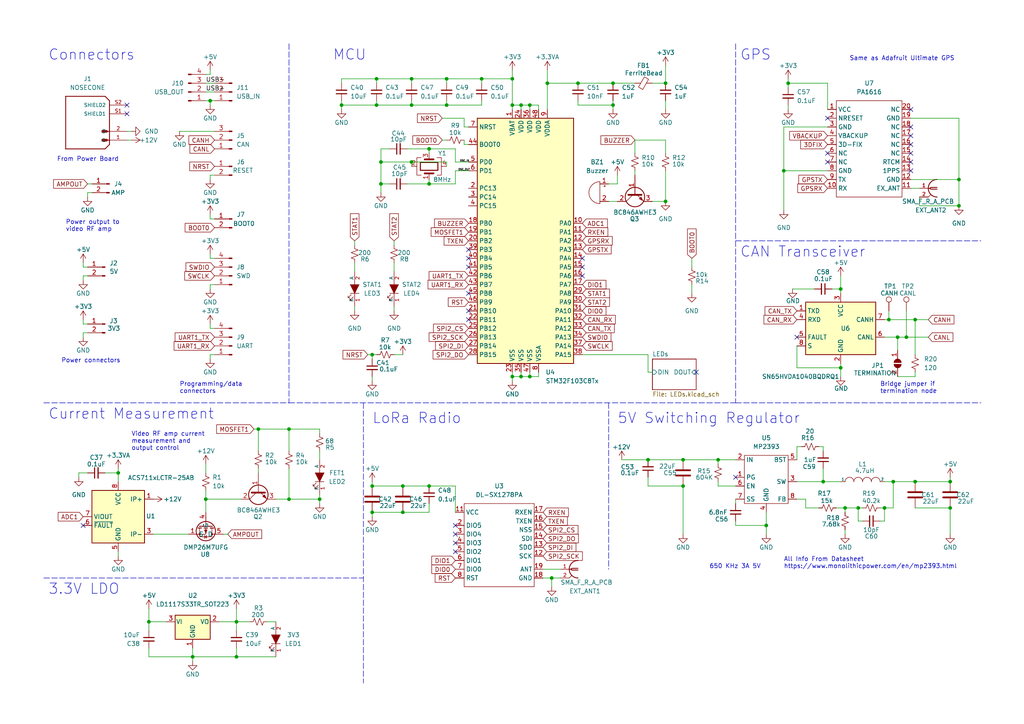
<source format=kicad_sch>
(kicad_sch (version 20211123) (generator eeschema)
  (paper "A4")
  (lib_symbols
    (symbol "436500203:436500203" (pin_names (offset 1.016))
      (property "Reference" "J" (at 0 8.89 0))
      (property "Value" "436500203" (at 0 -10.16 0))
      (symbol "436500203_0_0"
        (pin passive line (at -5.08 5.08 0) (length 5.08) (name "1") (number "1"))
        (pin passive line (at -5.08 2.54 0) (length 5.08) (name "2") (number "2"))
        (pin passive line (at -5.08 -2.54 0) (length 5.08) (name "SHIELD1") (number "S1"))
        (pin passive line (at -5.08 -5.08 0) (length 5.08) (name "SHIELD2") (number "S2"))
      )
    )
    (symbol "Connector:Conn_01x02_Male" (pin_names (offset 1.016) hide)
      (property "Reference" "J" (at 0 2.54 0))
      (property "Value" "Conn_01x02_Male" (at 0 -5.08 0))
      (symbol "Conn_01x02_Male_1_1"
        (pin passive line (at 5.08 0 180) (length 3.81) (name "Pin_1") (number "1"))
        (pin passive line (at 5.08 -2.54 180) (length 3.81) (name "Pin_2") (number "2"))
      )
    )
    (symbol "Connector:Conn_01x03_Male" (pin_names (offset 1.016) hide)
      (property "Reference" "J" (at 0 5.08 0))
      (property "Value" "Conn_01x03_Male" (at 0 -5.08 0))
      (symbol "Conn_01x03_Male_1_1"
        (pin passive line (at 5.08 2.54 180) (length 3.81) (name "Pin_1") (number "1"))
        (pin passive line (at 5.08 0 180) (length 3.81) (name "Pin_2") (number "2"))
        (pin passive line (at 5.08 -2.54 180) (length 3.81) (name "Pin_3") (number "3"))
      )
    )
    (symbol "Connector:Conn_01x04_Male" (pin_names (offset 1.016) hide)
      (property "Reference" "J" (at 0 5.08 0))
      (property "Value" "Conn_01x04_Male" (at 0 -7.62 0))
      (symbol "Conn_01x04_Male_1_1"
        (pin passive line (at 5.08 2.54 180) (length 3.81) (name "Pin_1") (number "1"))
        (pin passive line (at 5.08 0 180) (length 3.81) (name "Pin_2") (number "2"))
        (pin passive line (at 5.08 -2.54 180) (length 3.81) (name "Pin_3") (number "3"))
        (pin passive line (at 5.08 -5.08 180) (length 3.81) (name "Pin_4") (number "4"))
      )
    )
    (symbol "Connector:TestPoint" (pin_numbers hide) (pin_names (offset 0.762) hide)
      (property "Reference" "TP" (at 0 6.858 0))
      (property "Value" "TestPoint" (at 0 5.08 0))
      (symbol "TestPoint_1_1"
        (pin passive line (at 0 0 90) (length 2.54) (name "1") (number "1"))
      )
    )
    (symbol "DL-SX1278PA:DL-SX1278PA"
      (property "Reference" "U" (at 0 -13.97 0))
      (property "Value" "DL-SX1278PA" (at 0 12.7 0))
      (symbol "DL-SX1278PA_1_1"
        (pin input line (at 12.7 -10.16 180) (length 2.54) hide (name "GND") (number "1"))
        (pin input line (at 12.7 -10.16 180) (length 2.54) hide (name "GND") (number "10"))
        (pin input line (at -12.7 8.89 0) (length 2.54) (name "VCC") (number "11"))
        (pin input line (at 12.7 -3.81 180) (length 2.54) (name "SCK") (number "12"))
        (pin input line (at 12.7 -1.27 180) (length 2.54) (name "SDO") (number "13"))
        (pin input line (at 12.7 1.27 180) (length 2.54) (name "SDI") (number "14"))
        (pin input line (at 12.7 3.81 180) (length 2.54) (name "NSS") (number "15"))
        (pin input line (at 12.7 6.35 180) (length 2.54) (name "TXEN") (number "16"))
        (pin input line (at 12.7 8.89 180) (length 2.54) (name "RXEN") (number "17"))
        (pin input line (at 12.7 -10.16 180) (length 2.54) (name "GND") (number "18"))
        (pin input line (at 12.7 -7.62 180) (length 2.54) (name "ANT") (number "19"))
        (pin input line (at -12.7 5.08 0) (length 2.54) (name "DIO5") (number "2"))
        (pin input line (at 12.7 -10.16 180) (length 2.54) hide (name "GND") (number "20"))
        (pin input line (at 12.7 -10.16 180) (length 2.54) hide (name "GND") (number "21"))
        (pin input line (at 12.7 -10.16 180) (length 2.54) hide (name "GND") (number "22"))
        (pin input line (at -12.7 2.54 0) (length 2.54) (name "DIO4") (number "3"))
        (pin input line (at -12.7 0 0) (length 2.54) (name "DIO3") (number "4"))
        (pin input line (at -12.7 -2.54 0) (length 2.54) (name "DIO2") (number "5"))
        (pin input line (at -12.7 -5.08 0) (length 2.54) (name "DIO1") (number "6"))
        (pin input line (at -12.7 -7.62 0) (length 2.54) (name "DIO0") (number "7"))
        (pin input line (at -12.7 -10.16 0) (length 2.54) (name "RST") (number "8"))
        (pin input line (at 12.7 -10.16 180) (length 2.54) hide (name "GND") (number "9"))
      )
    )
    (symbol "DMP26M7UFG:DMP26M7UFG"
      (property "Reference" "U" (at -1.27 5.08 0))
      (property "Value" "DMP26M7UFG" (at 0 7.62 0))
      (symbol "DMP26M7UFG_1_1"
        (pin passive line (at 1.27 -7.62 90) (length 2.54) (name "S") (number "1"))
        (pin passive line (at 1.27 -7.62 90) (length 2.54) hide (name "S") (number "2"))
        (pin passive line (at 1.27 -7.62 90) (length 2.54) hide (name "S") (number "3"))
        (pin input line (at -5.08 -2.54 0) (length 2.54) (name "G") (number "4"))
        (pin passive line (at 1.27 2.54 270) (length 2.54) (name "D") (number "5"))
      )
    )
    (symbol "Device:Buzzer" (pin_names (offset 0.0254) hide)
      (property "Reference" "BZ" (at 3.81 1.27 0))
      (property "Value" "Buzzer" (at 3.81 -1.27 0))
      (symbol "Buzzer_1_1"
        (pin passive line (at -2.54 2.54 0) (length 2.54) (name "-") (number "1"))
        (pin passive line (at -2.54 -2.54 0) (length 2.54) (name "+") (number "2"))
      )
    )
    (symbol "Device:C" (pin_numbers hide) (pin_names (offset 0.254))
      (property "Reference" "C" (at 0.635 2.54 0))
      (property "Value" "C" (at 0.635 -2.54 0))
      (symbol "C_1_1"
        (pin passive line (at 0 3.81 270) (length 2.794) (name "~") (number "1"))
        (pin passive line (at 0 -3.81 90) (length 2.794) (name "~") (number "2"))
      )
    )
    (symbol "Device:C_Small" (pin_numbers hide) (pin_names (offset 0.254) hide)
      (property "Reference" "C" (at 0.254 1.778 0))
      (property "Value" "C_Small" (at 0.254 -2.032 0))
      (symbol "C_Small_1_1"
        (pin passive line (at 0 2.54 270) (length 2.032) (name "~") (number "1"))
        (pin passive line (at 0 -2.54 90) (length 2.032) (name "~") (number "2"))
      )
    )
    (symbol "Device:Crystal_GND24" (pin_names (offset 1.016) hide)
      (property "Reference" "Y" (at 3.175 5.08 0))
      (property "Value" "Crystal_GND24" (at 3.175 3.175 0))
      (symbol "Crystal_GND24_1_1"
        (pin passive line (at -3.81 0 0) (length 1.27) (name "1") (number "1"))
        (pin passive line (at 0 5.08 270) (length 1.27) (name "2") (number "2"))
        (pin passive line (at 3.81 0 180) (length 1.27) (name "3") (number "3"))
        (pin passive line (at 0 -5.08 90) (length 1.27) (name "4") (number "4"))
      )
    )
    (symbol "Device:FerriteBead_Small" (pin_numbers hide) (pin_names (offset 0))
      (property "Reference" "FB" (at 1.905 1.27 0))
      (property "Value" "FerriteBead_Small" (at 1.905 -1.27 0))
      (symbol "FerriteBead_Small_1_1"
        (pin passive line (at 0 2.54 270) (length 1.27) (name "~") (number "1"))
        (pin passive line (at 0 -2.54 90) (length 1.27) (name "~") (number "2"))
      )
    )
    (symbol "Device:Q_NPN_BCE" (pin_names (offset 0) hide)
      (property "Reference" "Q" (at 5.08 1.27 0))
      (property "Value" "Q_NPN_BCE" (at 5.08 -1.27 0))
      (symbol "Q_NPN_BCE_1_1"
        (pin input line (at -5.08 0 0) (length 5.715) (name "B") (number "1"))
        (pin passive line (at 2.54 5.08 270) (length 2.54) (name "C") (number "2"))
        (pin passive line (at 2.54 -5.08 90) (length 2.54) (name "E") (number "3"))
      )
    )
    (symbol "Device:R_Small_US" (pin_numbers hide) (pin_names (offset 0.254) hide)
      (property "Reference" "R" (at 0.762 0.508 0))
      (property "Value" "R_Small_US" (at 0.762 -1.016 0))
      (symbol "R_Small_US_1_1"
        (pin passive line (at 0 2.54 270) (length 1.016) (name "~") (number "1"))
        (pin passive line (at 0 -2.54 90) (length 1.016) (name "~") (number "2"))
      )
    )
    (symbol "Interface_CAN_LIN:SN65HVD257D"
      (property "Reference" "U" (at -8.89 8.89 0))
      (property "Value" "SN65HVD257D" (at 1.27 8.89 0))
      (symbol "SN65HVD257D_1_1"
        (pin input line (at -12.7 5.08 0) (length 2.54) (name "TXD") (number "1"))
        (pin power_in line (at 0 -10.16 90) (length 2.54) (name "GND") (number "2"))
        (pin power_in line (at 0 10.16 270) (length 2.54) (name "VCC") (number "3"))
        (pin output line (at -12.7 2.54 0) (length 2.54) (name "RXD") (number "4"))
        (pin open_collector line (at -12.7 -2.54 0) (length 2.54) (name "FAULT") (number "5"))
        (pin bidirectional line (at 12.7 -2.54 180) (length 2.54) (name "CANL") (number "6"))
        (pin bidirectional line (at 12.7 2.54 180) (length 2.54) (name "CANH") (number "7"))
        (pin input line (at -12.7 -5.08 0) (length 2.54) (name "S") (number "8"))
      )
    )
    (symbol "Jumper:SolderJumper_2_Open" (pin_names (offset 0) hide)
      (property "Reference" "JP" (at 0 2.032 0))
      (property "Value" "SolderJumper_2_Open" (at 0 -2.54 0))
      (symbol "SolderJumper_2_Open_1_1"
        (pin passive line (at -3.81 0 0) (length 2.54) (name "A") (number "1"))
        (pin passive line (at 3.81 0 180) (length 2.54) (name "B") (number "2"))
      )
    )
    (symbol "MCU_ST_STM32F1:STM32F103C8Tx"
      (property "Reference" "U" (at -15.24 36.83 0))
      (property "Value" "STM32F103C8Tx" (at 7.62 36.83 0))
      (symbol "STM32F103C8Tx_1_1"
        (pin power_in line (at -5.08 38.1 270) (length 2.54) (name "VBAT") (number "1"))
        (pin bidirectional line (at 15.24 5.08 180) (length 2.54) (name "PA0") (number "10"))
        (pin bidirectional line (at 15.24 2.54 180) (length 2.54) (name "PA1") (number "11"))
        (pin bidirectional line (at 15.24 0 180) (length 2.54) (name "PA2") (number "12"))
        (pin bidirectional line (at 15.24 -2.54 180) (length 2.54) (name "PA3") (number "13"))
        (pin bidirectional line (at 15.24 -5.08 180) (length 2.54) (name "PA4") (number "14"))
        (pin bidirectional line (at 15.24 -7.62 180) (length 2.54) (name "PA5") (number "15"))
        (pin bidirectional line (at 15.24 -10.16 180) (length 2.54) (name "PA6") (number "16"))
        (pin bidirectional line (at 15.24 -12.7 180) (length 2.54) (name "PA7") (number "17"))
        (pin bidirectional line (at -17.78 5.08 0) (length 2.54) (name "PB0") (number "18"))
        (pin bidirectional line (at -17.78 2.54 0) (length 2.54) (name "PB1") (number "19"))
        (pin bidirectional line (at -17.78 15.24 0) (length 2.54) (name "PC13") (number "2"))
        (pin bidirectional line (at -17.78 0 0) (length 2.54) (name "PB2") (number "20"))
        (pin bidirectional line (at -17.78 -20.32 0) (length 2.54) (name "PB10") (number "21"))
        (pin bidirectional line (at -17.78 -22.86 0) (length 2.54) (name "PB11") (number "22"))
        (pin power_in line (at -5.08 -38.1 90) (length 2.54) (name "VSS") (number "23"))
        (pin power_in line (at -2.54 38.1 270) (length 2.54) (name "VDD") (number "24"))
        (pin bidirectional line (at -17.78 -25.4 0) (length 2.54) (name "PB12") (number "25"))
        (pin bidirectional line (at -17.78 -27.94 0) (length 2.54) (name "PB13") (number "26"))
        (pin bidirectional line (at -17.78 -30.48 0) (length 2.54) (name "PB14") (number "27"))
        (pin bidirectional line (at -17.78 -33.02 0) (length 2.54) (name "PB15") (number "28"))
        (pin bidirectional line (at 15.24 -15.24 180) (length 2.54) (name "PA8") (number "29"))
        (pin bidirectional line (at -17.78 12.7 0) (length 2.54) (name "PC14") (number "3"))
        (pin bidirectional line (at 15.24 -17.78 180) (length 2.54) (name "PA9") (number "30"))
        (pin bidirectional line (at 15.24 -20.32 180) (length 2.54) (name "PA10") (number "31"))
        (pin bidirectional line (at 15.24 -22.86 180) (length 2.54) (name "PA11") (number "32"))
        (pin bidirectional line (at 15.24 -25.4 180) (length 2.54) (name "PA12") (number "33"))
        (pin bidirectional line (at 15.24 -27.94 180) (length 2.54) (name "PA13") (number "34"))
        (pin power_in line (at -2.54 -38.1 90) (length 2.54) (name "VSS") (number "35"))
        (pin power_in line (at 0 38.1 270) (length 2.54) (name "VDD") (number "36"))
        (pin bidirectional line (at 15.24 -30.48 180) (length 2.54) (name "PA14") (number "37"))
        (pin bidirectional line (at 15.24 -33.02 180) (length 2.54) (name "PA15") (number "38"))
        (pin bidirectional line (at -17.78 -2.54 0) (length 2.54) (name "PB3") (number "39"))
        (pin bidirectional line (at -17.78 10.16 0) (length 2.54) (name "PC15") (number "4"))
        (pin bidirectional line (at -17.78 -5.08 0) (length 2.54) (name "PB4") (number "40"))
        (pin bidirectional line (at -17.78 -7.62 0) (length 2.54) (name "PB5") (number "41"))
        (pin bidirectional line (at -17.78 -10.16 0) (length 2.54) (name "PB6") (number "42"))
        (pin bidirectional line (at -17.78 -12.7 0) (length 2.54) (name "PB7") (number "43"))
        (pin input line (at -17.78 27.94 0) (length 2.54) (name "BOOT0") (number "44"))
        (pin bidirectional line (at -17.78 -15.24 0) (length 2.54) (name "PB8") (number "45"))
        (pin bidirectional line (at -17.78 -17.78 0) (length 2.54) (name "PB9") (number "46"))
        (pin power_in line (at 0 -38.1 90) (length 2.54) (name "VSS") (number "47"))
        (pin power_in line (at 2.54 38.1 270) (length 2.54) (name "VDD") (number "48"))
        (pin input line (at -17.78 22.86 0) (length 2.54) (name "PD0") (number "5"))
        (pin input line (at -17.78 20.32 0) (length 2.54) (name "PD1") (number "6"))
        (pin input line (at -17.78 33.02 0) (length 2.54) (name "NRST") (number "7"))
        (pin power_in line (at 2.54 -38.1 90) (length 2.54) (name "VSSA") (number "8"))
        (pin power_in line (at 5.08 38.1 270) (length 2.54) (name "VDDA") (number "9"))
      )
    )
    (symbol "MP2393:MP2393"
      (property "Reference" "U" (at 0 8.89 0))
      (property "Value" "MP2393" (at 0 7.62 0))
      (symbol "MP2393_1_1"
        (pin input line (at -8.89 0 0) (length 2.54) (name "PG") (number "1"))
        (pin input line (at -8.89 5.08 0) (length 2.54) (name "IN") (number "2"))
        (pin input line (at 8.89 -1.27 180) (length 2.54) (name "SW") (number "3"))
        (pin input line (at 0 -10.16 90) (length 2.54) (name "GND") (number "4"))
        (pin input line (at 8.89 5.08 180) (length 2.54) (name "BST") (number "5"))
        (pin input line (at -8.89 -2.54 0) (length 2.54) (name "EN") (number "6"))
        (pin input line (at -8.89 -6.35 0) (length 2.54) (name "SS") (number "7"))
        (pin input line (at 8.89 -6.35 180) (length 2.54) (name "FB") (number "8"))
      )
    )
    (symbol "OLIMEX_Connectors:SMA_F_R_A_PCB" (pin_names (offset 1.016))
      (property "Reference" "EXT_ANT" (at -6.35 3.81 0))
      (property "Value" "SMA_F_R_A_PCB" (at -8.89 -5.08 0))
      (symbol "SMA_F_R_A_PCB_1_1"
        (pin passive line (at 2.54 0 180) (length 2.54) (name "~") (number "1"))
        (pin power_in line (at 2.54 -2.54 180) (length 2.54) (name "~") (number "2"))
        (pin power_in line (at 2.54 -2.54 180) (length 2.54) hide (name "~") (number "3"))
        (pin power_in line (at 2.54 -2.54 180) (length 2.54) hide (name "~") (number "4"))
        (pin power_in line (at 2.54 -2.54 180) (length 2.54) hide (name "~") (number "5"))
      )
    )
    (symbol "OLIMEX_Diodes:LED" (pin_names (offset 0))
      (property "Reference" "LED" (at 0 2.54 0))
      (property "Value" "LED" (at 0 -2.54 0))
      (symbol "LED_1_1"
        (pin passive line (at -5.08 0 0) (length 3.81) (name "K") (number "1"))
        (pin passive line (at 5.08 0 180) (length 3.81) (name "A") (number "2"))
      )
    )
    (symbol "OLIMEX_Power:+12V" (power) (pin_names (offset 0))
      (property "Value" "+12V" (at 0 3.556 0))
      (symbol "+12V_1_1"
        (pin power_in line (at 0 0 90) (length 0) hide (name "+12V") (number "1"))
      )
    )
    (symbol "OLIMEX_Power:+3.3V" (power) (pin_names (offset 0))
      (property "Value" "+3.3V" (at 0 3.556 0))
      (symbol "+3.3V_1_1"
        (pin power_in line (at 0 0 90) (length 0) hide (name "+3V3") (number "1"))
      )
    )
    (symbol "OLIMEX_Power:+3.3VA" (power) (pin_names (offset 0))
      (property "Value" "+3.3VA" (at 0 3.556 0))
      (symbol "+3.3VA_1_1"
        (pin power_in line (at 0 0 90) (length 0) hide (name "+3.3VA") (number "1"))
      )
    )
    (symbol "OLIMEX_Power:+5V" (power) (pin_names (offset 0))
      (property "Value" "+5V" (at 0 3.556 0))
      (symbol "+5V_1_1"
        (pin power_in line (at 0 0 90) (length 0) hide (name "+5V") (number "1"))
      )
    )
    (symbol "OLIMEX_Power:GND" (power) (pin_names (offset 0))
      (property "Value" "GND" (at 0 -3.81 0))
      (symbol "GND_1_1"
        (pin power_in line (at 0 0 270) (length 0) hide (name "GND") (number "1"))
      )
    )
    (symbol "PA1616:PA1616"
      (property "Reference" "U" (at 5.08 -17.78 0))
      (property "Value" "PA1616" (at 3.81 0 0))
      (symbol "PA1616_1_1"
        (pin passive line (at -7.62 -3.81 0) (length 2.54) (name "VCC") (number "1"))
        (pin passive line (at -7.62 -26.67 0) (length 2.54) (name "RX") (number "10"))
        (pin passive line (at 16.51 -26.67 180) (length 2.54) (name "EX_ANT") (number "11"))
        (pin passive line (at 16.51 -24.13 180) (length 2.54) (name "GND") (number "12"))
        (pin passive line (at 16.51 -21.59 180) (length 2.54) (name "1PPS") (number "13"))
        (pin passive line (at 16.51 -19.05 180) (length 2.54) (name "RTCM") (number "14"))
        (pin passive line (at 16.51 -16.51 180) (length 2.54) (name "NC") (number "15"))
        (pin passive line (at 16.51 -13.97 180) (length 2.54) (name "NC") (number "16"))
        (pin passive line (at 16.51 -11.43 180) (length 2.54) (name "NC") (number "17"))
        (pin passive line (at 16.51 -8.89 180) (length 2.54) (name "NC") (number "18"))
        (pin passive line (at 16.51 -6.35 180) (length 2.54) (name "GND") (number "19"))
        (pin passive line (at -7.62 -6.35 0) (length 2.54) (name "NRESET") (number "2"))
        (pin passive line (at 16.51 -3.81 180) (length 2.54) (name "NC") (number "20"))
        (pin passive line (at -7.62 -8.89 0) (length 2.54) (name "GND") (number "3"))
        (pin passive line (at -7.62 -11.43 0) (length 2.54) (name "VBACKUP") (number "4"))
        (pin passive line (at -7.62 -13.97 0) (length 2.54) (name "3D-FIX") (number "5"))
        (pin passive line (at -7.62 -16.51 0) (length 2.54) (name "NC") (number "6"))
        (pin passive line (at -7.62 -19.05 0) (length 2.54) (name "NC") (number "7"))
        (pin passive line (at -7.62 -21.59 0) (length 2.54) (name "GND") (number "8"))
        (pin passive line (at -7.62 -24.13 0) (length 2.54) (name "TX") (number "9"))
      )
    )
    (symbol "Regulator_Linear:LD1117S33TR_SOT223" (pin_names (offset 0.254))
      (property "Reference" "U" (at -3.81 3.175 0))
      (property "Value" "LD1117S33TR_SOT223" (at 0 3.175 0))
      (symbol "LD1117S33TR_SOT223_1_1"
        (pin power_in line (at 0 -7.62 90) (length 2.54) (name "GND") (number "1"))
        (pin power_out line (at 7.62 0 180) (length 2.54) (name "VO") (number "2"))
        (pin power_in line (at -7.62 0 0) (length 2.54) (name "VI") (number "3"))
      )
    )
    (symbol "Sensor_Current:ACS711xLCTR-25AB"
      (property "Reference" "U" (at 8.89 6.35 0))
      (property "Value" "ACS711xLCTR-25AB" (at 8.89 3.81 0))
      (symbol "ACS711xLCTR-25AB_1_1"
        (pin passive line (at -10.16 5.08 0) (length 2.54) (name "IP+") (number "1"))
        (pin passive line (at -10.16 5.08 0) (length 2.54) hide (name "IP+") (number "2"))
        (pin passive line (at -10.16 -5.08 0) (length 2.54) (name "IP-") (number "3"))
        (pin passive line (at -10.16 -5.08 0) (length 2.54) hide (name "IP-") (number "4"))
        (pin power_in line (at 0 -10.16 90) (length 2.54) (name "GND") (number "5"))
        (pin output line (at 10.16 -2.54 180) (length 2.54) (name "~{FAULT}") (number "6"))
        (pin output line (at 10.16 0 180) (length 2.54) (name "VIOUT") (number "7"))
        (pin power_in line (at 0 10.16 270) (length 2.54) (name "VCC") (number "8"))
      )
    )
    (symbol "pspice:INDUCTOR" (pin_numbers hide) (pin_names (offset 0))
      (property "Reference" "L" (at 0 2.54 0))
      (property "Value" "INDUCTOR" (at 0 -1.27 0))
      (symbol "INDUCTOR_1_1"
        (pin input line (at -6.35 0 0) (length 1.27) (name "1") (number "1"))
        (pin input line (at 6.35 0 180) (length 1.27) (name "2") (number "2"))
      )
    )
  )
  (junction (at 275.59 147.32))
  (junction (at 116.84 140.97))
  (junction (at 107.95 148.59))
  (junction (at 177.8 30.48))
  (junction (at 262.89 97.79))
  (junction (at 158.75 24.13))
  (junction (at 238.76 139.7))
  (junction (at 167.64 24.13))
  (junction (at 148.59 22.86))
  (junction (at 198.12 133.35))
  (junction (at 124.46 43.18))
  (junction (at 193.04 24.13))
  (junction (at 160.02 167.64))
  (junction (at 278.13 59.69))
  (junction (at 198.12 140.97))
  (junction (at 257.81 92.71))
  (junction (at 124.46 140.97))
  (junction (at 259.08 139.7))
  (junction (at 227.33 49.53))
  (junction (at 260.35 97.79))
  (junction (at 83.82 144.78))
  (junction (at 119.38 30.48))
  (junction (at 151.13 30.48))
  (junction (at 222.25 152.4))
  (junction (at 116.84 148.59))
  (junction (at 109.22 30.48))
  (junction (at 107.95 140.97))
  (junction (at 265.43 92.71))
  (junction (at 245.11 147.32))
  (junction (at 187.96 133.35))
  (junction (at 153.67 109.22))
  (junction (at 275.59 139.7))
  (junction (at 228.6 24.13))
  (junction (at 119.38 46.99))
  (junction (at 265.43 139.7))
  (junction (at 110.49 53.34))
  (junction (at 43.18 180.34))
  (junction (at 34.29 137.16))
  (junction (at 256.54 147.32))
  (junction (at 124.46 53.34))
  (junction (at 129.54 22.86))
  (junction (at 243.84 106.68))
  (junction (at 110.49 46.99))
  (junction (at 248.92 147.32))
  (junction (at 243.84 83.82))
  (junction (at 83.82 124.46))
  (junction (at 68.58 180.34))
  (junction (at 193.04 58.42))
  (junction (at 153.67 30.48))
  (junction (at 148.59 30.48))
  (junction (at 119.38 22.86))
  (junction (at 151.13 109.22))
  (junction (at 99.06 30.48))
  (junction (at 148.59 109.22))
  (junction (at 278.13 52.07))
  (junction (at 177.8 24.13))
  (junction (at 139.7 22.86))
  (junction (at 92.71 144.78))
  (junction (at 109.22 22.86))
  (junction (at 74.93 124.46))
  (junction (at 129.54 30.48))
  (junction (at 68.58 190.5))
  (junction (at 60.96 29.21))
  (junction (at 107.95 102.87))
  (junction (at 208.28 133.35))
  (junction (at 55.88 190.5))
  (junction (at 59.69 144.78))
  (no_connect (at 36.83 33.02))
  (no_connect (at 264.16 46.99))
  (no_connect (at 264.16 49.53))
  (no_connect (at 240.03 46.99))
  (no_connect (at 240.03 44.45))
  (no_connect (at 240.03 34.29))
  (no_connect (at 132.08 160.02))
  (no_connect (at 132.08 157.48))
  (no_connect (at 132.08 154.94))
  (no_connect (at 132.08 152.4))
  (no_connect (at 135.89 74.93))
  (no_connect (at 231.14 97.79))
  (no_connect (at 168.91 74.93))
  (no_connect (at 168.91 77.47))
  (no_connect (at 168.91 80.01))
  (no_connect (at 135.89 85.09))
  (no_connect (at 135.89 77.47))
  (no_connect (at 213.36 138.43))
  (no_connect (at 24.13 152.4))
  (no_connect (at 264.16 31.75))
  (no_connect (at 264.16 36.83))
  (no_connect (at 264.16 39.37))
  (no_connect (at 264.16 44.45))
  (no_connect (at 264.16 41.91))
  (no_connect (at 135.89 90.17))
  (no_connect (at 135.89 92.71))
  (no_connect (at 135.89 72.39))
  (no_connect (at 36.83 30.48))
  (no_connect (at 201.93 107.95))
  (wire (pts (xy 92.71 124.46) (xy 83.82 124.46)))
  (wire (pts (xy 43.18 187.96) (xy 43.18 190.5)))
  (wire (pts (xy 240.03 31.75) (xy 240.03 24.13)))
  (wire (pts (xy 43.18 190.5) (xy 55.88 190.5)))
  (wire (pts (xy 129.54 30.48) (xy 119.38 30.48)))
  (wire (pts (xy 265.43 102.87) (xy 265.43 92.71)))
  (wire (pts (xy 200.66 74.93) (xy 200.66 77.47)))
  (wire (pts (xy 153.67 109.22) (xy 151.13 109.22)))
  (wire (pts (xy 184.15 40.64) (xy 193.04 40.64)))
  (polyline (pts (xy 12.7 167.64) (xy 105.41 167.64)))
  (wire (pts (xy 260.35 97.79) (xy 260.35 101.6)))
  (wire (pts (xy 153.67 31.75) (xy 153.67 30.48)))
  (wire (pts (xy 83.82 144.78) (xy 92.71 144.78)))
  (wire (pts (xy 30.48 137.16) (xy 34.29 137.16)))
  (wire (pts (xy 124.46 43.18) (xy 132.08 43.18)))
  (wire (pts (xy 156.21 107.95) (xy 156.21 109.22)))
  (wire (pts (xy 228.6 24.13) (xy 228.6 25.4)))
  (wire (pts (xy 119.38 22.86) (xy 109.22 22.86)))
  (wire (pts (xy 60.96 93.98) (xy 60.96 95.25)))
  (wire (pts (xy 243.84 105.41) (xy 243.84 106.68)))
  (wire (pts (xy 36.83 38.1) (xy 38.1 38.1)))
  (wire (pts (xy 193.04 49.53) (xy 193.04 58.42)))
  (wire (pts (xy 107.95 110.49) (xy 107.95 109.22)))
  (wire (pts (xy 74.93 124.46) (xy 83.82 124.46)))
  (wire (pts (xy 260.35 97.79) (xy 262.89 97.79)))
  (wire (pts (xy 59.69 26.67) (xy 62.23 26.67)))
  (wire (pts (xy 240.03 24.13) (xy 228.6 24.13)))
  (wire (pts (xy 139.7 30.48) (xy 129.54 30.48)))
  (wire (pts (xy 119.38 29.21) (xy 119.38 30.48)))
  (wire (pts (xy 68.58 190.5) (xy 80.01 190.5)))
  (wire (pts (xy 278.13 34.29) (xy 278.13 52.07)))
  (wire (pts (xy 113.03 43.18) (xy 110.49 43.18)))
  (wire (pts (xy 59.69 144.78) (xy 59.69 148.59)))
  (wire (pts (xy 139.7 24.13) (xy 139.7 22.86)))
  (wire (pts (xy 134.62 40.64) (xy 134.62 41.91)))
  (wire (pts (xy 139.7 29.21) (xy 139.7 30.48)))
  (wire (pts (xy 167.64 30.48) (xy 177.8 30.48)))
  (wire (pts (xy 151.13 109.22) (xy 148.59 109.22)))
  (polyline (pts (xy 12.7 116.84) (xy 83.82 116.84)))
  (wire (pts (xy 99.06 30.48) (xy 99.06 31.75)))
  (wire (pts (xy 243.84 139.7) (xy 238.76 139.7)))
  (wire (pts (xy 156.21 31.75) (xy 156.21 30.48)))
  (wire (pts (xy 110.49 43.18) (xy 110.49 46.99)))
  (wire (pts (xy 114.3 76.2) (xy 114.3 78.74)))
  (wire (pts (xy 109.22 24.13) (xy 109.22 22.86)))
  (wire (pts (xy 187.96 133.35) (xy 198.12 133.35)))
  (wire (pts (xy 43.18 180.34) (xy 43.18 182.88)))
  (wire (pts (xy 34.29 160.02) (xy 34.29 161.29)))
  (wire (pts (xy 256.54 139.7) (xy 259.08 139.7)))
  (wire (pts (xy 157.48 165.1) (xy 162.56 165.1)))
  (wire (pts (xy 24.13 96.52) (xy 24.13 97.79)))
  (wire (pts (xy 109.22 102.87) (xy 107.95 102.87)))
  (wire (pts (xy 60.96 74.93) (xy 62.23 74.93)))
  (wire (pts (xy 106.68 102.87) (xy 107.95 102.87)))
  (wire (pts (xy 24.13 80.01) (xy 24.13 81.28)))
  (polyline (pts (xy 105.41 116.84) (xy 105.41 198.12)))
  (wire (pts (xy 158.75 24.13) (xy 167.64 24.13)))
  (wire (pts (xy 116.84 148.59) (xy 124.46 148.59)))
  (wire (pts (xy 99.06 29.21) (xy 99.06 30.48)))
  (wire (pts (xy 233.68 144.78) (xy 233.68 147.32)))
  (wire (pts (xy 52.07 38.1) (xy 62.23 38.1)))
  (polyline (pts (xy 213.36 116.84) (xy 284.48 116.84)))
  (wire (pts (xy 265.43 139.7) (xy 275.59 139.7)))
  (polyline (pts (xy 213.36 69.85) (xy 284.48 69.85)))
  (wire (pts (xy 68.58 190.5) (xy 55.88 190.5)))
  (wire (pts (xy 129.54 22.86) (xy 119.38 22.86)))
  (wire (pts (xy 240.03 36.83) (xy 227.33 36.83)))
  (wire (pts (xy 109.22 29.21) (xy 109.22 30.48)))
  (wire (pts (xy 68.58 180.34) (xy 68.58 182.88)))
  (wire (pts (xy 180.34 133.35) (xy 187.96 133.35)))
  (wire (pts (xy 187.96 107.95) (xy 189.23 107.95)))
  (wire (pts (xy 24.13 77.47) (xy 25.4 77.47)))
  (wire (pts (xy 177.8 29.21) (xy 177.8 30.48)))
  (wire (pts (xy 68.58 176.53) (xy 68.58 180.34)))
  (wire (pts (xy 255.27 147.32) (xy 256.54 147.32)))
  (wire (pts (xy 63.5 180.34) (xy 68.58 180.34)))
  (wire (pts (xy 243.84 106.68) (xy 243.84 109.22)))
  (wire (pts (xy 275.59 138.43) (xy 275.59 139.7)))
  (wire (pts (xy 157.48 167.64) (xy 160.02 167.64)))
  (wire (pts (xy 118.11 43.18) (xy 124.46 43.18)))
  (wire (pts (xy 129.54 46.99) (xy 119.38 46.99)))
  (wire (pts (xy 266.7 57.15) (xy 266.7 59.69)))
  (wire (pts (xy 62.23 102.87) (xy 60.96 102.87)))
  (wire (pts (xy 167.64 24.13) (xy 177.8 24.13)))
  (wire (pts (xy 92.71 130.81) (xy 92.71 133.35)))
  (wire (pts (xy 233.68 147.32) (xy 237.49 147.32)))
  (wire (pts (xy 250.19 151.13) (xy 248.92 151.13)))
  (wire (pts (xy 264.16 34.29) (xy 278.13 34.29)))
  (wire (pts (xy 265.43 92.71) (xy 257.81 92.71)))
  (polyline (pts (xy 83.82 116.84) (xy 213.36 116.84)))
  (wire (pts (xy 60.96 82.55) (xy 60.96 83.82)))
  (wire (pts (xy 129.54 48.26) (xy 129.54 46.99)))
  (wire (pts (xy 119.38 48.26) (xy 119.38 46.99)))
  (wire (pts (xy 99.06 22.86) (xy 99.06 24.13)))
  (wire (pts (xy 148.59 107.95) (xy 148.59 109.22)))
  (wire (pts (xy 60.96 95.25) (xy 62.23 95.25)))
  (wire (pts (xy 153.67 107.95) (xy 153.67 109.22)))
  (wire (pts (xy 278.13 52.07) (xy 278.13 59.69)))
  (wire (pts (xy 167.64 29.21) (xy 167.64 30.48)))
  (wire (pts (xy 245.11 147.32) (xy 248.92 147.32)))
  (wire (pts (xy 110.49 46.99) (xy 110.49 53.34)))
  (wire (pts (xy 227.33 49.53) (xy 240.03 49.53)))
  (wire (pts (xy 24.13 76.2) (xy 24.13 77.47)))
  (wire (pts (xy 265.43 92.71) (xy 269.24 92.71)))
  (wire (pts (xy 60.96 29.21) (xy 62.23 29.21)))
  (wire (pts (xy 119.38 24.13) (xy 119.38 22.86)))
  (wire (pts (xy 238.76 129.54) (xy 238.76 130.81)))
  (wire (pts (xy 262.89 90.17) (xy 262.89 97.79)))
  (wire (pts (xy 92.71 125.73) (xy 92.71 124.46)))
  (wire (pts (xy 213.36 144.78) (xy 213.36 146.05)))
  (wire (pts (xy 222.25 152.4) (xy 222.25 154.94)))
  (wire (pts (xy 245.11 153.67) (xy 245.11 154.94)))
  (wire (pts (xy 116.84 102.87) (xy 114.3 102.87)))
  (wire (pts (xy 36.83 40.64) (xy 38.1 40.64)))
  (wire (pts (xy 187.96 102.87) (xy 187.96 107.95)))
  (wire (pts (xy 265.43 109.22) (xy 260.35 109.22)))
  (polyline (pts (xy 83.82 12.7) (xy 83.82 116.84)))
  (wire (pts (xy 176.53 53.34) (xy 179.07 53.34)))
  (wire (pts (xy 158.75 31.75) (xy 158.75 24.13)))
  (wire (pts (xy 59.69 21.59) (xy 60.96 21.59)))
  (wire (pts (xy 83.82 124.46) (xy 83.82 130.81)))
  (wire (pts (xy 124.46 146.05) (xy 124.46 148.59)))
  (wire (pts (xy 66.04 154.94) (xy 64.77 154.94)))
  (wire (pts (xy 184.15 49.53) (xy 184.15 50.8)))
  (wire (pts (xy 77.47 180.34) (xy 80.01 180.34)))
  (wire (pts (xy 238.76 135.89) (xy 238.76 139.7)))
  (wire (pts (xy 59.69 24.13) (xy 62.23 24.13)))
  (wire (pts (xy 264.16 54.61) (xy 266.7 54.61)))
  (wire (pts (xy 25.4 137.16) (xy 22.86 137.16)))
  (wire (pts (xy 231.14 100.33) (xy 231.14 106.68)))
  (wire (pts (xy 43.18 176.53) (xy 43.18 180.34)))
  (wire (pts (xy 134.62 41.91) (xy 135.89 41.91)))
  (wire (pts (xy 113.03 53.34) (xy 110.49 53.34)))
  (wire (pts (xy 102.87 76.2) (xy 102.87 78.74)))
  (wire (pts (xy 62.23 82.55) (xy 60.96 82.55)))
  (wire (pts (xy 153.67 30.48) (xy 151.13 30.48)))
  (wire (pts (xy 34.29 137.16) (xy 34.29 139.7)))
  (wire (pts (xy 25.4 53.34) (xy 26.67 53.34)))
  (wire (pts (xy 60.96 63.5) (xy 62.23 63.5)))
  (wire (pts (xy 227.33 36.83) (xy 227.33 49.53)))
  (wire (pts (xy 264.16 52.07) (xy 278.13 52.07)))
  (wire (pts (xy 243.84 83.82) (xy 243.84 85.09)))
  (wire (pts (xy 198.12 140.97) (xy 198.12 154.94)))
  (wire (pts (xy 60.96 50.8) (xy 60.96 52.07)))
  (wire (pts (xy 193.04 29.21) (xy 193.04 31.75)))
  (wire (pts (xy 177.8 24.13) (xy 184.15 24.13)))
  (wire (pts (xy 55.88 187.96) (xy 55.88 190.5)))
  (wire (pts (xy 44.45 154.94) (xy 54.61 154.94)))
  (wire (pts (xy 55.88 191.77) (xy 55.88 190.5)))
  (wire (pts (xy 59.69 134.62) (xy 59.69 137.16)))
  (wire (pts (xy 34.29 135.89) (xy 34.29 137.16)))
  (wire (pts (xy 68.58 180.34) (xy 72.39 180.34)))
  (polyline (pts (xy 176.53 116.84) (xy 176.53 165.1)))
  (wire (pts (xy 198.12 133.35) (xy 208.28 133.35)))
  (wire (pts (xy 257.81 92.71) (xy 256.54 92.71)))
  (wire (pts (xy 48.26 180.34) (xy 43.18 180.34)))
  (wire (pts (xy 74.93 135.89) (xy 74.93 137.16)))
  (wire (pts (xy 92.71 143.51) (xy 92.71 144.78)))
  (wire (pts (xy 156.21 30.48) (xy 153.67 30.48)))
  (wire (pts (xy 148.59 22.86) (xy 139.7 22.86)))
  (wire (pts (xy 60.96 62.23) (xy 60.96 63.5)))
  (wire (pts (xy 132.08 140.97) (xy 124.46 140.97)))
  (wire (pts (xy 259.08 139.7) (xy 265.43 139.7)))
  (wire (pts (xy 245.11 147.32) (xy 245.11 148.59)))
  (wire (pts (xy 109.22 22.86) (xy 99.06 22.86)))
  (wire (pts (xy 241.3 83.82) (xy 243.84 83.82)))
  (wire (pts (xy 102.87 88.9) (xy 102.87 90.17)))
  (wire (pts (xy 129.54 29.21) (xy 129.54 30.48)))
  (wire (pts (xy 109.22 30.48) (xy 119.38 30.48)))
  (wire (pts (xy 208.28 139.7) (xy 208.28 140.97)))
  (wire (pts (xy 107.95 148.59) (xy 107.95 149.86)))
  (wire (pts (xy 132.08 148.59) (xy 132.08 140.97)))
  (wire (pts (xy 275.59 147.32) (xy 275.59 154.94)))
  (wire (pts (xy 59.69 29.21) (xy 60.96 29.21)))
  (wire (pts (xy 176.53 58.42) (xy 179.07 58.42)))
  (wire (pts (xy 265.43 107.95) (xy 265.43 109.22)))
  (wire (pts (xy 124.46 53.34) (xy 132.08 53.34)))
  (wire (pts (xy 193.04 19.05) (xy 193.04 24.13)))
  (wire (pts (xy 129.54 24.13) (xy 129.54 22.86)))
  (wire (pts (xy 160.02 167.64) (xy 160.02 170.18)))
  (wire (pts (xy 134.62 34.29) (xy 134.62 36.83)))
  (wire (pts (xy 262.89 97.79) (xy 269.24 97.79)))
  (wire (pts (xy 231.14 139.7) (xy 238.76 139.7)))
  (wire (pts (xy 184.15 44.45) (xy 184.15 40.64)))
  (wire (pts (xy 259.08 147.32) (xy 259.08 139.7)))
  (wire (pts (xy 213.36 151.13) (xy 213.36 152.4)))
  (wire (pts (xy 119.38 46.99) (xy 110.49 46.99)))
  (wire (pts (xy 83.82 135.89) (xy 83.82 144.78)))
  (wire (pts (xy 24.13 92.71) (xy 24.13 93.98)))
  (wire (pts (xy 139.7 22.86) (xy 129.54 22.86)))
  (wire (pts (xy 60.96 73.66) (xy 60.96 74.93)))
  (wire (pts (xy 114.3 88.9) (xy 114.3 90.17)))
  (wire (pts (xy 213.36 152.4) (xy 222.25 152.4)))
  (wire (pts (xy 232.41 129.54) (xy 231.14 129.54)))
  (wire (pts (xy 25.4 80.01) (xy 24.13 80.01)))
  (wire (pts (xy 222.25 148.59) (xy 222.25 152.4)))
  (wire (pts (xy 148.59 109.22) (xy 148.59 110.49)))
  (wire (pts (xy 208.28 140.97) (xy 213.36 140.97)))
  (wire (pts (xy 148.59 31.75) (xy 148.59 30.48)))
  (wire (pts (xy 107.95 102.87) (xy 107.95 104.14)))
  (wire (pts (xy 151.13 107.95) (xy 151.13 109.22)))
  (wire (pts (xy 148.59 30.48) (xy 148.59 22.86)))
  (wire (pts (xy 62.23 50.8) (xy 60.96 50.8)))
  (wire (pts (xy 24.13 93.98) (xy 25.4 93.98)))
  (wire (pts (xy 68.58 187.96) (xy 68.58 190.5)))
  (wire (pts (xy 132.08 43.18) (xy 132.08 46.99)))
  (wire (pts (xy 74.93 124.46) (xy 74.93 130.81)))
  (wire (pts (xy 148.59 20.32) (xy 148.59 22.86)))
  (wire (pts (xy 132.08 46.99) (xy 135.89 46.99)))
  (wire (pts (xy 257.81 90.17) (xy 257.81 92.71)))
  (wire (pts (xy 255.27 151.13) (xy 256.54 151.13)))
  (wire (pts (xy 59.69 142.24) (xy 59.69 144.78)))
  (wire (pts (xy 228.6 30.48) (xy 228.6 31.75)))
  (wire (pts (xy 228.6 22.86) (xy 228.6 24.13)))
  (wire (pts (xy 26.67 55.88) (xy 25.4 55.88)))
  (wire (pts (xy 248.92 151.13) (xy 248.92 147.32)))
  (wire (pts (xy 231.14 144.78) (xy 233.68 144.78)))
  (wire (pts (xy 168.91 102.87) (xy 187.96 102.87)))
  (wire (pts (xy 59.69 144.78) (xy 69.85 144.78)))
  (wire (pts (xy 110.49 53.34) (xy 110.49 55.88)))
  (wire (pts (xy 187.96 140.97) (xy 198.12 140.97)))
  (wire (pts (xy 248.92 147.32) (xy 250.19 147.32)))
  (wire (pts (xy 107.95 148.59) (xy 116.84 148.59)))
  (wire (pts (xy 22.86 137.16) (xy 22.86 138.43)))
  (wire (pts (xy 132.08 49.53) (xy 135.89 49.53)))
  (wire (pts (xy 193.04 40.64) (xy 193.04 44.45)))
  (wire (pts (xy 237.49 129.54) (xy 238.76 129.54)))
  (wire (pts (xy 256.54 97.79) (xy 260.35 97.79)))
  (wire (pts (xy 227.33 49.53) (xy 227.33 60.96)))
  (wire (pts (xy 236.22 83.82) (xy 229.87 83.82)))
  (wire (pts (xy 116.84 140.97) (xy 124.46 140.97)))
  (wire (pts (xy 134.62 34.29) (xy 128.27 34.29)))
  (wire (pts (xy 60.96 102.87) (xy 60.96 104.14)))
  (wire (pts (xy 134.62 36.83) (xy 135.89 36.83)))
  (wire (pts (xy 132.08 53.34) (xy 132.08 49.53)))
  (wire (pts (xy 200.66 82.55) (xy 200.66 85.09)))
  (wire (pts (xy 156.21 109.22) (xy 153.67 109.22)))
  (wire (pts (xy 189.23 58.42) (xy 193.04 58.42)))
  (wire (pts (xy 92.71 144.78) (xy 92.71 146.05)))
  (wire (pts (xy 245.11 147.32) (xy 242.57 147.32)))
  (wire (pts (xy 208.28 133.35) (xy 208.28 134.62)))
  (wire (pts (xy 256.54 147.32) (xy 259.08 147.32)))
  (wire (pts (xy 243.84 80.01) (xy 243.84 83.82)))
  (wire (pts (xy 25.4 96.52) (xy 24.13 96.52)))
  (wire (pts (xy 151.13 31.75) (xy 151.13 30.48)))
  (wire (pts (xy 158.75 20.32) (xy 158.75 24.13)))
  (wire (pts (xy 266.7 59.69) (xy 278.13 59.69)))
  (wire (pts (xy 128.27 40.64) (xy 129.54 40.64)))
  (wire (pts (xy 231.14 129.54) (xy 231.14 133.35)))
  (wire (pts (xy 114.3 71.12) (xy 114.3 69.85)))
  (wire (pts (xy 102.87 71.12) (xy 102.87 69.85)))
  (wire (pts (xy 179.07 53.34) (xy 179.07 50.8)))
  (wire (pts (xy 231.14 106.68) (xy 243.84 106.68)))
  (wire (pts (xy 25.4 55.88) (xy 25.4 57.15)))
  (wire (pts (xy 109.22 30.48) (xy 99.06 30.48)))
  (wire (pts (xy 177.8 30.48) (xy 177.8 31.75)))
  (wire (pts (xy 160.02 167.64) (xy 162.56 167.64)))
  (wire (pts (xy 60.96 29.21) (xy 60.96 30.48)))
  (wire (pts (xy 107.95 140.97) (xy 116.84 140.97)))
  (wire (pts (xy 151.13 30.48) (xy 148.59 30.48)))
  (wire (pts (xy 107.95 139.7) (xy 107.95 140.97)))
  (wire (pts (xy 60.96 21.59) (xy 60.96 20.32)))
  (wire (pts (xy 256.54 151.13) (xy 256.54 147.32)))
  (wire (pts (xy 80.01 144.78) (xy 83.82 144.78)))
  (wire (pts (xy 187.96 138.43) (xy 187.96 140.97)))
  (wire (pts (xy 265.43 147.32) (xy 275.59 147.32)))
  (wire (pts (xy 118.11 53.34) (xy 124.46 53.34)))
  (polyline (pts (xy 213.36 12.7) (xy 213.36 116.84)))
  (wire (pts (xy 124.46 52.07) (xy 124.46 53.34)))
  (wire (pts (xy 208.28 133.35) (xy 213.36 133.35)))
  (wire (pts (xy 73.66 124.46) (xy 74.93 124.46)))
  (wire (pts (xy 124.46 44.45) (xy 124.46 43.18)))
  (wire (pts (xy 189.23 24.13) (xy 193.04 24.13)))
  (text "CAN Transceiver" (at 214.63 74.93 0) (effects (font (size 3 3)) (justify left bottom)))
  (text "Video RF amp current\nmeasurement and\noutput control" (at 38.1 130.81 0) (effects (font (size 1.27 1.27)) (justify left bottom)))
  (text "5V Switching Regulator" (at 179.07 123.19 0) (effects (font (size 3 3)) (justify left bottom)))
  (text "Power connectors" (at 17.78 105.41 0) (effects (font (size 1.27 1.27)) (justify left bottom)))
  (text "LoRa Radio" (at 107.95 123.19 0) (effects (font (size 3 3)) (justify left bottom)))
  (text "MCU\n" (at 96.52 17.78 0) (effects (font (size 3 3)) (justify left bottom)))
  (text "3.3V LDO\n" (at 13.97 172.72 0) (effects (font (size 3 3)) (justify left bottom)))
  (text "Connectors\n" (at 13.97 17.78 0) (effects (font (size 3 3)) (justify left bottom)))
  (text "All Info From Datasheet\nhttps://www.monolithicpower.com/en/mp2393.html" (at 227.33 165.1 0) (effects (font (size 1.27 1.27)) (justify left bottom)))
  (text "Programming/data\nconnectors" (at 52.07 114.3 0) (effects (font (size 1.27 1.27)) (justify left bottom)))
  (text "Current Measurement" (at 13.97 121.92 0) (effects (font (size 3 3)) (justify left bottom)))
  (text "Power output to\nvideo RF amp" (at 19.05 67.31 0) (effects (font (size 1.27 1.27)) (justify left bottom)))
  (text "Same as Adafruit Ultimate GPS\n" (at 246.38 17.78 0) (effects (font (size 1.27 1.27)) (justify left bottom)))
  (text "Bridge jumper if\ntermination node" (at 255.27 114.3 0) (effects (font (size 1.27 1.27)) (justify left bottom)))
  (text "GPS\n" (at 214.63 17.78 0) (effects (font (size 3 3)) (justify left bottom)))
  (text "650 KHz 3A 5V\n" (at 205.74 165.1 0) (effects (font (size 1.27 1.27)) (justify left bottom)))
  (text "From Power Board\n" (at 16.51 46.99 0) (effects (font (size 1.27 1.27)) (justify left bottom)))
  (label "OSC_OUT" (at 132.8927 49.53 0) (effects (font (size 0.5 0.5))))
  (label "OSC_IN" (at 133.35 46.99 0) (effects (font (size 0.5 0.5))))
  (label "USB+" (at 59.69 26.67 0))
  (label "USB-" (at 59.69 24.13 0))
  (global_label "SPI2_DI" (shape input) (at 135.89 100.33 180) (property "Intersheet References" "${INTERSHEET_REFS}" (effects hide)))
  (global_label "SWDIO" (shape input) (at 168.91 97.79 0) (property "Intersheet References" "${INTERSHEET_REFS}" (effects hide)))
  (global_label "ADC1" (shape input) (at 24.13 149.86 180) (property "Intersheet References" "${INTERSHEET_REFS}" (effects hide)))
  (global_label "MOSFET1" (shape input) (at 135.89 67.31 180) (property "Intersheet References" "${INTERSHEET_REFS}" (effects hide)))
  (global_label "NRST" (shape input) (at 128.27 34.29 180) (property "Intersheet References" "${INTERSHEET_REFS}" (effects hide)))
  (global_label "SPI2_DI" (shape input) (at 157.48 158.75 0) (property "Intersheet References" "${INTERSHEET_REFS}" (effects hide)))
  (global_label "CAN_RX" (shape input) (at 168.91 92.71 0) (property "Intersheet References" "${INTERSHEET_REFS}" (effects hide)))
  (global_label "SPI2_CS" (shape input) (at 157.48 153.67 0) (property "Intersheet References" "${INTERSHEET_REFS}" (effects hide)))
  (global_label "UART1_RX" (shape input) (at 62.23 100.33 180) (property "Intersheet References" "${INTERSHEET_REFS}" (effects hide)))
  (global_label "RST" (shape input) (at 135.89 87.63 180) (property "Intersheet References" "${INTERSHEET_REFS}" (effects hide)))
  (global_label "SWCLK" (shape input) (at 168.91 100.33 0) (property "Intersheet References" "${INTERSHEET_REFS}" (effects hide)))
  (global_label "TXEN" (shape input) (at 135.89 69.85 180) (property "Intersheet References" "${INTERSHEET_REFS}" (effects hide)))
  (global_label "RXEN" (shape input) (at 168.91 67.31 0) (property "Intersheet References" "${INTERSHEET_REFS}" (effects hide)))
  (global_label "SPI2_SCK" (shape input) (at 135.89 97.79 180) (property "Intersheet References" "${INTERSHEET_REFS}" (effects hide)))
  (global_label "GPSRX" (shape input) (at 240.03 54.61 180) (property "Intersheet References" "${INTERSHEET_REFS}" (effects hide)))
  (global_label "CANH" (shape input) (at 269.24 92.71 0) (property "Intersheet References" "${INTERSHEET_REFS}" (effects hide)))
  (global_label "DIO0" (shape input) (at 168.91 90.17 0) (property "Intersheet References" "${INTERSHEET_REFS}" (effects hide)))
  (global_label "DIO0" (shape input) (at 132.08 165.1 180) (property "Intersheet References" "${INTERSHEET_REFS}" (effects hide)))
  (global_label "CAN_TX" (shape input) (at 231.14 90.17 180) (property "Intersheet References" "${INTERSHEET_REFS}" (effects hide)))
  (global_label "SWDIO" (shape input) (at 62.23 77.47 180) (property "Intersheet References" "${INTERSHEET_REFS}" (effects hide)))
  (global_label "GPSTX" (shape input) (at 168.91 72.39 0) (property "Intersheet References" "${INTERSHEET_REFS}" (effects hide)))
  (global_label "STAT1" (shape input) (at 168.91 85.09 0) (property "Intersheet References" "${INTERSHEET_REFS}" (effects hide)))
  (global_label "MOSFET1" (shape input) (at 73.66 124.46 180) (property "Intersheet References" "${INTERSHEET_REFS}" (effects hide)))
  (global_label "CANH" (shape input) (at 62.23 40.64 180) (property "Intersheet References" "${INTERSHEET_REFS}" (effects hide)))
  (global_label "UART1_TX" (shape input) (at 135.89 80.01 180) (property "Intersheet References" "${INTERSHEET_REFS}" (effects hide)))
  (global_label "BUZZER" (shape input) (at 184.15 40.64 180) (property "Intersheet References" "${INTERSHEET_REFS}" (effects hide)))
  (global_label "SWCLK" (shape input) (at 62.23 80.01 180) (property "Intersheet References" "${INTERSHEET_REFS}" (effects hide)))
  (global_label "SPI2_DO" (shape input) (at 157.48 156.21 0) (property "Intersheet References" "${INTERSHEET_REFS}" (effects hide)))
  (global_label "STAT1" (shape input) (at 102.87 69.85 90) (property "Intersheet References" "${INTERSHEET_REFS}" (effects hide)))
  (global_label "AMPOUT" (shape input) (at 66.04 154.94 0) (property "Intersheet References" "${INTERSHEET_REFS}" (effects hide)))
  (global_label "GPSRX" (shape input) (at 168.91 69.85 0) (property "Intersheet References" "${INTERSHEET_REFS}" (effects hide)))
  (global_label "NRST" (shape input) (at 106.68 102.87 180) (property "Intersheet References" "${INTERSHEET_REFS}" (effects hide)))
  (global_label "GPSTX" (shape input) (at 240.03 52.07 180) (property "Intersheet References" "${INTERSHEET_REFS}" (effects hide)))
  (global_label "STAT2" (shape input) (at 168.91 87.63 0) (property "Intersheet References" "${INTERSHEET_REFS}" (effects hide)))
  (global_label "CANL" (shape input) (at 269.24 97.79 0) (property "Intersheet References" "${INTERSHEET_REFS}" (effects hide)))
  (global_label "BOOT0" (shape input) (at 62.23 66.04 180) (property "Intersheet References" "${INTERSHEET_REFS}" (effects hide)))
  (global_label "3DFIX" (shape input) (at 240.03 41.91 180) (property "Intersheet References" "${INTERSHEET_REFS}" (effects hide)))
  (global_label "CAN_RX" (shape input) (at 231.14 92.71 180) (property "Intersheet References" "${INTERSHEET_REFS}" (effects hide)))
  (global_label "BOOT0" (shape input) (at 128.27 40.64 180) (property "Intersheet References" "${INTERSHEET_REFS}" (effects hide)))
  (global_label "ADC1" (shape input) (at 168.91 64.77 0) (property "Intersheet References" "${INTERSHEET_REFS}" (effects hide)))
  (global_label "BUZZER" (shape input) (at 135.89 64.77 180) (property "Intersheet References" "${INTERSHEET_REFS}" (effects hide)))
  (global_label "RXEN" (shape input) (at 157.48 148.59 0) (property "Intersheet References" "${INTERSHEET_REFS}" (effects hide)))
  (global_label "AMPOUT" (shape input) (at 25.4 53.34 180) (property "Intersheet References" "${INTERSHEET_REFS}" (effects hide)))
  (global_label "SPI2_CS" (shape input) (at 135.89 95.25 180) (property "Intersheet References" "${INTERSHEET_REFS}" (effects hide)))
  (global_label "CANL" (shape input) (at 62.23 43.18 180) (property "Intersheet References" "${INTERSHEET_REFS}" (effects hide)))
  (global_label "RST" (shape input) (at 132.08 167.64 180) (property "Intersheet References" "${INTERSHEET_REFS}" (effects hide)))
  (global_label "STAT2" (shape input) (at 114.3 69.85 90) (property "Intersheet References" "${INTERSHEET_REFS}" (effects hide)))
  (global_label "SPI2_SCK" (shape input) (at 157.48 161.29 0) (property "Intersheet References" "${INTERSHEET_REFS}" (effects hide)))
  (global_label "VBACKUP" (shape input) (at 240.03 39.37 180) (property "Intersheet References" "${INTERSHEET_REFS}" (effects hide)))
  (global_label "BOOT0" (shape input) (at 200.66 74.93 90) (property "Intersheet References" "${INTERSHEET_REFS}" (effects hide)))
  (global_label "DIO1" (shape input) (at 132.08 162.56 180) (property "Intersheet References" "${INTERSHEET_REFS}" (effects hide)))
  (global_label "UART1_TX" (shape input) (at 62.23 97.79 180) (property "Intersheet References" "${INTERSHEET_REFS}" (effects hide)))
  (global_label "CAN_TX" (shape input) (at 168.91 95.25 0) (property "Intersheet References" "${INTERSHEET_REFS}" (effects hide)))
  (global_label "TXEN" (shape input) (at 157.48 151.13 0) (property "Intersheet References" "${INTERSHEET_REFS}" (effects hide)))
  (global_label "DIO1" (shape input) (at 168.91 82.55 0) (property "Intersheet References" "${INTERSHEET_REFS}" (effects hide)))
  (global_label "NRST" (shape input) (at 62.23 48.26 180) (property "Intersheet References" "${INTERSHEET_REFS}" (effects hide)))
  (global_label "SPI2_DO" (shape input) (at 135.89 102.87 180) (property "Intersheet References" "${INTERSHEET_REFS}" (effects hide)))
  (global_label "UART1_RX" (shape input) (at 135.89 82.55 180) (property "Intersheet References" "${INTERSHEET_REFS}" (effects hide)))
  (symbol (lib_id "OLIMEX_Power:+5V") (at 179.07 50.8 0) (unit 1)
    (property "Reference" "#PWR0109" (effects hide))
    (property "Value" "+5V" (at 179.07 46.99 0))
  )
  (symbol (lib_id "Device:R_Small_US") (at 234.95 129.54 90) (unit 1)
    (property "Reference" "R16" (at 236.22 127 90) (effects (justify left)))
    (property "Value" "20" (at 236.22 125.0949 90) (effects (justify left)))
    (property "Footprint" "Resistor_SMD:R_0402_1005Metric" (effects hide))
  )
  (symbol (lib_id "Device:C_Small") (at 115.57 43.18 90) (unit 1)
    (property "Reference" "C44" (at 115.5245 38.6691 90))
    (property "Value" "10pF" (at 115.6154 40.3963 90))
    (property "Footprint" "Capacitor_SMD:C_0402_1005Metric" (effects hide))
  )
  (symbol (lib_id "OLIMEX_Power:+3.3VA") (at 158.75 20.32 0) (unit 1)
    (property "Reference" "#PWR0106" (effects hide))
    (property "Value" "+3.3VA" (at 158.75 16.51 0))
  )
  (symbol (lib_id "OLIMEX_Power:GND") (at 160.02 170.18 0) (unit 1)
    (property "Reference" "#PWR0107" (effects hide))
    (property "Value" "GND" (at 160.02 173.99 0))
  )
  (symbol (lib_id "OLIMEX_Power:GND") (at 92.71 146.05 0) (unit 1)
    (property "Reference" "#PWR095" (effects hide))
    (property "Value" "GND" (at 92.71 149.86 0))
  )
  (symbol (lib_id "Device:C_Small") (at 167.64 26.67 180) (unit 1)
    (property "Reference" "C51" (at 170.18 25.4 0) (effects (justify right)))
    (property "Value" "10nF" (at 170.18 27.94 0) (effects (justify right)))
    (property "Footprint" "Capacitor_SMD:C_0402_1005Metric" (effects hide))
  )
  (symbol (lib_id "OLIMEX_Diodes:LED") (at 114.3 83.82 90) (unit 1)
    (property "Reference" "LED4" (at 119.38 85.09 90))
    (property "Value" "STAT2" (at 119.38 82.55 90))
    (property "Footprint" "LED_SMD:LED_0603_1608Metric" (effects hide))
    (property "COLOR" "GREEN" (effects hide))
  )
  (symbol (lib_id "Device:Buzzer") (at 173.99 55.88 0) (mirror y) (unit 1)
    (property "Reference" "BZ1" (at 173.228 46.99 0))
    (property "Value" "Buzzer" (at 173.228 49.53 0))
    (property "Footprint" "Buzzer_Beeper:MagneticBuzzer_PUI_AT-0927-TT-6-R" (effects hide))
  )
  (symbol (lib_id "OLIMEX_Power:GND") (at 24.13 81.28 0) (mirror y) (unit 1)
    (property "Reference" "#PWR075" (effects hide))
    (property "Value" "GND" (at 24.13 85.09 0))
  )
  (symbol (lib_id "Device:R_Small_US") (at 252.73 147.32 90) (unit 1)
    (property "Reference" "R19" (at 253.9522 143.1088 90) (effects (justify left)))
    (property "Value" "40.2k" (at 255.48 145.2477 90) (effects (justify left)))
    (property "Footprint" "Resistor_SMD:R_0402_1005Metric" (effects hide))
  )
  (symbol (lib_id "Device:Crystal_GND24") (at 124.46 48.26 90) (unit 1)
    (property "Reference" "Y1" (at 128.27 44.45 90))
    (property "Value" "8MHz" (at 128.27 52.07 90))
    (property "Footprint" "Crystal:Crystal_SMD_3225-4Pin_3.2x2.5mm" (effects hide))
  )
  (symbol (lib_id "Connector:Conn_01x04_Male") (at 67.31 100.33 180) (unit 1)
    (property "Reference" "J9" (at 68.58 97.7899 0) (effects (justify right)))
    (property "Value" "UART" (at 68.58 100.3299 0) (effects (justify right)))
    (property "Footprint" "Connector_PinSocket_2.54mm:PinSocket_1x04_P2.54mm_Vertical" (effects hide))
  )
  (symbol (lib_id "OLIMEX_Power:GND") (at 275.59 154.94 0) (unit 1)
    (property "Reference" "#PWR0127" (effects hide))
    (property "Value" "GND" (at 275.59 158.75 0))
  )
  (symbol (lib_id "Device:R_Small_US") (at 92.71 128.27 0) (unit 1)
    (property "Reference" "R5" (at 95.6826 129.7737 0))
    (property "Value" "68" (at 95.5884 127.921 0))
    (property "Footprint" "Resistor_SMD:R_0402_1005Metric" (effects hide))
  )
  (symbol (lib_id "OLIMEX_Power:GND") (at 114.3 90.17 0) (unit 1)
    (property "Reference" "#PWR0102" (effects hide))
    (property "Value" "GND" (at 114.3 95.25 0))
  )
  (symbol (lib_id "Connector:Conn_01x02_Male") (at 31.75 53.34 0) (mirror y) (unit 1)
    (property "Reference" "J4" (at 34.29 53.34 0))
    (property "Value" "AMP" (at 34.29 55.88 0))
    (property "Footprint" "Connector_PinSocket_2.54mm:PinSocket_1x02_P2.54mm_Vertical" (effects hide))
  )
  (symbol (lib_id "Device:C_Small") (at 109.22 26.67 180) (unit 1)
    (property "Reference" "C43" (at 111.76 25.3935 0) (effects (justify right)))
    (property "Value" "0.1uF" (at 111.76 27.94 0) (effects (justify right)))
    (property "Footprint" "Capacitor_SMD:C_0402_1005Metric" (effects hide))
  )
  (symbol (lib_id "Device:C") (at 116.84 144.78 0) (mirror y) (unit 1)
    (property "Reference" "C46" (at 122.555 144.78 0) (effects (justify left)))
    (property "Value" "22uF" (at 123.825 146.685 0) (effects (justify left)))
    (property "Footprint" "Capacitor_SMD:C_1210_3225Metric" (effects hide))
  )
  (symbol (lib_id "OLIMEX_Power:GND") (at 107.95 110.49 0) (unit 1)
    (property "Reference" "#PWR098" (effects hide))
    (property "Value" "GND" (at 107.95 114.3 0))
  )
  (symbol (lib_id "Device:R_Small_US") (at 111.76 102.87 270) (unit 1)
    (property "Reference" "R7" (at 111.7313 98.6494 90))
    (property "Value" "10k" (at 111.6849 100.6901 90))
    (property "Footprint" "Resistor_SMD:R_0402_1005Metric" (effects hide))
  )
  (symbol (lib_id "Jumper:SolderJumper_2_Open") (at 260.35 105.41 270) (unit 1)
    (property "Reference" "JP1" (at 254.6012 106.0131 90))
    (property "Value" "TERMINATION" (at 253.7915 108.2041 90))
    (property "Footprint" "Jumper:SolderJumper-2_P1.3mm_Open_RoundedPad1.0x1.5mm" (effects hide))
  )
  (symbol (lib_id "PA1616:PA1616") (at 247.65 27.94 0) (unit 1)
    (property "Reference" "U7" (at 252.095 24.13 0))
    (property "Value" "PA1616" (at 252.095 26.67 0))
    (property "Footprint" "Footprints:PA1616" (effects hide))
  )
  (symbol (lib_id "Device:R_Small_US") (at 74.93 180.34 90) (unit 1)
    (property "Reference" "R3" (at 74.9672 176.3645 90))
    (property "Value" "200" (at 74.7854 178.319 90))
    (property "Footprint" "Resistor_SMD:R_0402_1005Metric" (effects hide))
  )
  (symbol (lib_id "OLIMEX_Power:GND") (at 148.59 110.49 0) (unit 1)
    (property "Reference" "#PWR0105" (effects hide))
    (property "Value" "GND" (at 148.59 114.3 0))
  )
  (symbol (lib_id "OLIMEX_Power:+5V") (at 243.84 80.01 0) (unit 1)
    (property "Reference" "#PWR0123" (effects hide))
    (property "Value" "+5V" (at 243.84 76.2 0))
  )
  (symbol (lib_id "OLIMEX_Power:+12V") (at 59.69 134.62 0) (unit 1)
    (property "Reference" "#PWR093" (effects hide))
    (property "Value" "+12V" (at 59.69 130.81 0))
  )
  (symbol (lib_id "OLIMEX_Diodes:LED") (at 102.87 83.82 90) (unit 1)
    (property "Reference" "LED3" (at 107.95 85.09 90))
    (property "Value" "STAT1" (at 107.95 82.55 90))
    (property "Footprint" "LED_SMD:LED_0603_1608Metric" (effects hide))
    (property "COLOR" "GREEN" (effects hide))
  )
  (symbol (lib_id "Device:C_Small") (at 68.58 185.42 180) (unit 1)
    (property "Reference" "C39" (at 71.12 184.1435 0) (effects (justify right)))
    (property "Value" "10uF" (at 71.12 186.69 0) (effects (justify right)))
    (property "Footprint" "Capacitor_SMD:C_1206_3216Metric" (effects hide))
  )
  (symbol (lib_id "OLIMEX_Power:+3.3V") (at 193.04 19.05 0) (unit 1)
    (property "Reference" "#PWR0112" (effects hide))
    (property "Value" "+3.3V" (at 193.04 15.24 0))
  )
  (symbol (lib_id "OLIMEX_Power:GND") (at 200.66 85.09 0) (unit 1)
    (property "Reference" "#PWR0117" (effects hide))
    (property "Value" "GND" (at 200.66 90.17 0))
  )
  (symbol (lib_id "Connector:TestPoint") (at 262.89 90.17 0) (unit 1)
    (property "Reference" "TP2" (at 261.4771 83.0341 0) (effects (justify left)))
    (property "Value" "CANL" (at 260.8106 85.0579 0) (effects (justify left)))
    (property "Footprint" "TestPoint:TestPoint_Pad_D1.0mm" (effects hide))
  )
  (symbol (lib_id "OLIMEX_Power:GND") (at 177.8 31.75 0) (unit 1)
    (property "Reference" "#PWR0108" (effects hide))
    (property "Value" "GND" (at 177.8 35.56 0))
  )
  (symbol (lib_id "MCU_ST_STM32F1:STM32F103C8Tx") (at 153.67 69.85 0) (unit 1)
    (property "Reference" "U4" (at 158.2294 107.95 0) (effects (justify left)))
    (property "Value" "STM32F103C8Tx" (at 158.2294 110.49 0) (effects (justify left)))
    (property "Footprint" "Package_QFP:LQFP-48_7x7mm_P0.5mm" (effects hide))
    (property "Datasheet" "http://www.st.com/st-web-ui/static/active/en/resource/technical/document/datasheet/CD00161566.pdf" (effects hide))
  )
  (symbol (lib_id "OLIMEX_Power:GND") (at 60.96 104.14 0) (unit 1)
    (property "Reference" "#PWR091" (effects hide))
    (property "Value" "GND" (at 60.96 107.95 0))
  )
  (symbol (lib_id "OLIMEX_Power:GND") (at 222.25 154.94 0) (unit 1)
    (property "Reference" "#PWR0118" (effects hide))
    (property "Value" "GND" (at 222.25 158.75 0))
  )
  (symbol (lib_id "OLIMEX_Power:GND") (at 198.12 154.94 0) (unit 1)
    (property "Reference" "#PWR0116" (effects hide))
    (property "Value" "GND" (at 198.12 158.75 0))
  )
  (symbol (lib_id "OLIMEX_Power:+5V") (at 275.59 138.43 0) (unit 1)
    (property "Reference" "#PWR0126" (effects hide))
    (property "Value" "+5V" (at 275.59 134.62 0))
  )
  (symbol (lib_id "OLIMEX_Power:GND") (at 243.84 109.22 0) (unit 1)
    (property "Reference" "#PWR0124" (effects hide))
    (property "Value" "GND" (at 243.9516 112.6649 0))
  )
  (symbol (lib_id "Device:C_Small") (at 139.7 26.67 180) (unit 1)
    (property "Reference" "C50" (at 142.24 25.3935 0) (effects (justify right)))
    (property "Value" "0.1uF" (at 142.24 27.94 0) (effects (justify right)))
    (property "Footprint" "Capacitor_SMD:C_0402_1005Metric" (effects hide))
  )
  (symbol (lib_id "Device:R_Small_US") (at 240.03 147.32 90) (unit 1)
    (property "Reference" "R17" (at 241.0135 143.1088 90) (effects (justify left)))
    (property "Value" "15k" (at 241.6247 145.2096 90) (effects (justify left)))
    (property "Footprint" "Resistor_SMD:R_0402_1005Metric" (effects hide))
  )
  (symbol (lib_id "Device:R_Small_US") (at 74.93 133.35 0) (unit 1)
    (property "Reference" "R2" (at 76.835 132.0799 0) (effects (justify left)))
    (property "Value" "10k" (at 76.835 133.985 0) (effects (justify left)))
    (property "Footprint" "Resistor_SMD:R_0402_1005Metric" (effects hide))
  )
  (symbol (lib_id "Device:R_Small_US") (at 208.28 137.16 180) (unit 1)
    (property "Reference" "R15" (at 206.1268 136.6025 0) (effects (justify left)))
    (property "Value" "604K" (at 206.8536 138.4599 0) (effects (justify left)))
    (property "Footprint" "Resistor_SMD:R_0402_1005Metric" (effects hide))
  )
  (symbol (lib_id "OLIMEX_Power:+12V") (at 44.45 144.78 270) (mirror x) (unit 1)
    (property "Reference" "#PWR085" (effects hide))
    (property "Value" "+12V" (at 52.705 144.78 90) (effects (justify right)))
  )
  (symbol (lib_id "Device:C_Small") (at 238.76 83.82 270) (unit 1)
    (property "Reference" "C58" (at 238.7295 78.8915 90))
    (property "Value" "0.1uF" (at 238.8052 80.8617 90))
    (property "Footprint" "Capacitor_SMD:C_0402_1005Metric" (effects hide))
  )
  (symbol (lib_id "Device:R_Small_US") (at 102.87 73.66 0) (unit 1)
    (property "Reference" "R6" (at 105.8426 75.1637 0))
    (property "Value" "200" (at 105.7484 73.311 0))
    (property "Footprint" "Resistor_SMD:R_0402_1005Metric" (effects hide))
  )
  (symbol (lib_id "OLIMEX_Power:GND") (at 22.86 138.43 0) (mirror y) (unit 1)
    (property "Reference" "#PWR073" (effects hide))
    (property "Value" "GND" (at 22.86 143.51 0))
  )
  (symbol (lib_id "Connector:TestPoint") (at 257.81 90.17 0) (unit 1)
    (property "Reference" "TP1" (at 256.3971 83.0341 0) (effects (justify left)))
    (property "Value" "CANH" (at 255.3332 85.0579 0) (effects (justify left)))
    (property "Footprint" "TestPoint:TestPoint_Pad_D1.0mm" (effects hide))
  )
  (symbol (lib_id "Device:R_Small_US") (at 59.69 139.7 0) (unit 1)
    (property "Reference" "R1" (at 61.595 138.4299 0) (effects (justify left)))
    (property "Value" "10k" (at 61.595 140.9699 0) (effects (justify left)))
    (property "Footprint" "Resistor_SMD:R_0402_1005Metric" (effects hide))
  )
  (symbol (lib_id "Device:C_Small") (at 193.04 26.67 180) (unit 1)
    (property "Reference" "C54" (at 195.58 25.3935 0) (effects (justify right)))
    (property "Value" "1uF" (at 195.58 27.94 0) (effects (justify right)))
    (property "Footprint" "Capacitor_SMD:C_0402_1005Metric" (effects hide))
  )
  (symbol (lib_id "OLIMEX_Power:GND") (at 193.04 58.42 0) (unit 1)
    (property "Reference" "#PWR0114" (effects hide))
    (property "Value" "GND" (at 193.04 63.5 0))
  )
  (symbol (lib_id "Device:Q_NPN_BCE") (at 184.15 55.88 90) (mirror x) (unit 1)
    (property "Reference" "Q3" (at 185.42 63.5 90) (effects (justify left)))
    (property "Value" "BC846AWHE3" (at 190.5 61.595 90) (effects (justify left)))
    (property "Footprint" "Package_TO_SOT_SMD:SOT-323_SC-70" (effects hide))
  )
  (symbol (lib_id "Device:C") (at 265.43 143.51 0) (mirror y) (unit 1)
    (property "Reference" "C61" (at 271.145 143.51 0) (effects (justify left)))
    (property "Value" "22uF" (at 272.415 145.415 0) (effects (justify left)))
    (property "Footprint" "Capacitor_SMD:C_1210_3225Metric" (effects hide))
  )
  (symbol (lib_id "OLIMEX_Power:+12V") (at 180.34 133.35 0) (mirror y) (unit 1)
    (property "Reference" "#PWR0110" (effects hide))
    (property "Value" "+12V" (at 177.5587 129.6508 0) (effects (justify right)))
  )
  (symbol (lib_id "Device:C_Small") (at 119.38 26.67 180) (unit 1)
    (property "Reference" "C47" (at 121.92 25.3935 0) (effects (justify right)))
    (property "Value" "0.1uF" (at 121.92 27.94 0) (effects (justify right)))
    (property "Footprint" "Capacitor_SMD:C_0402_1005Metric" (effects hide))
  )
  (symbol (lib_id "OLIMEX_Power:+5V") (at 24.13 76.2 0) (mirror y) (unit 1)
    (property "Reference" "#PWR074" (effects hide))
    (property "Value" "+5V" (at 24.13 72.39 0))
  )
  (symbol (lib_id "OLIMEX_Power:+5V") (at 60.96 20.32 0) (mirror y) (unit 1)
    (property "Reference" "#PWR0166" (effects hide))
    (property "Value" "+5V" (at 60.96 16.51 0))
  )
  (symbol (lib_id "436500203:436500203") (at 31.75 35.56 180) (unit 1)
    (property "Reference" "J1" (at 25.4 22.86 0))
    (property "Value" "NOSECONE" (at 25.4 25.4 0))
    (property "Footprint" "Footprints:MOLEX_436500203" (effects hide))
    (property "MAXIMUM_PACKAGE_HEIGHT" "5.57 mm" (effects hide))
    (property "MANUFACTURER" "Molex" (effects hide))
    (property "PARTREV" "F3" (effects hide))
    (property "STANDARD" "Manufacturer Recommendations" (effects hide))
  )
  (symbol (lib_id "OLIMEX_Connectors:SMA_F_R_A_PCB") (at 269.24 54.61 0) (mirror y) (unit 1)
    (property "Reference" "EXT_ANT2" (at 265.43 60.96 0) (effects (justify right)))
    (property "Value" "SMA_F_R_A_PCB" (at 261.62 58.42 0) (effects (justify right)))
    (property "Footprint" "Connector_Coaxial:SMA_Amphenol_901-144_Vertical" (effects hide))
  )
  (symbol (lib_id "OLIMEX_Power:GND") (at 25.4 57.15 0) (mirror y) (unit 1)
    (property "Reference" "#PWR078" (effects hide))
    (property "Value" "GND" (at 25.4 60.96 0))
  )
  (symbol (lib_id "Connector:Conn_01x03_Male") (at 67.31 26.67 180) (unit 1)
    (property "Reference" "J11" (at 68.58 25.3999 0) (effects (justify right)))
    (property "Value" "USB_IN" (at 68.58 27.9399 0) (effects (justify right)))
    (property "Footprint" "Connector_Molex:Molex_PicoBlade_53048-0310_1x03_P1.25mm_Horizontal" (effects hide))
  )
  (symbol (lib_id "Device:C_Small") (at 238.76 133.35 180) (unit 1)
    (property "Reference" "C59" (at 234.7112 135.3457 0))
    (property "Value" "1uF" (at 234.95 133.35 0))
    (property "Footprint" "Capacitor_SMD:C_0402_1005Metric" (effects hide))
  )
  (symbol (lib_id "Device:C_Small") (at 228.6 27.94 0) (unit 1)
    (property "Reference" "C57" (at 231.14 26.6762 0) (effects (justify left)))
    (property "Value" "0.1uF" (at 231.14 29.2162 0) (effects (justify left)))
    (property "Footprint" "Capacitor_SMD:C_0402_1005Metric" (effects hide))
  )
  (symbol (lib_id "MP2393:MP2393") (at 222.25 138.43 0) (unit 1)
    (property "Reference" "U5" (at 222.25 127 0))
    (property "Value" "MP2393" (at 222.25 129.54 0))
    (property "Footprint" "Footprints:SOTFL50P160X60-8N" (effects hide))
  )
  (symbol (lib_id "OLIMEX_Power:GND") (at 245.11 154.94 0) (unit 1)
    (property "Reference" "#PWR0125" (effects hide))
    (property "Value" "GND" (at 245.11 158.75 0))
  )
  (symbol (lib_id "OLIMEX_Power:GND") (at 38.1 38.1 90) (unit 1)
    (property "Reference" "#PWR081" (effects hide))
    (property "Value" "GND" (at 41.91 38.0999 90) (effects (justify right)))
  )
  (symbol (lib_id "Device:Q_NPN_BCE") (at 74.93 142.24 90) (mirror x) (unit 1)
    (property "Reference" "Q2" (at 76.2 149.86 90) (effects (justify left)))
    (property "Value" "BC846AWHE3" (at 81.28 147.955 90) (effects (justify left)))
    (property "Footprint" "Package_TO_SOT_SMD:SOT-323_SC-70" (effects hide))
  )
  (symbol (lib_id "Connector:Conn_01x04_Male") (at 54.61 26.67 0) (mirror x) (unit 1)
    (property "Reference" "J10" (at 53.34 24.1299 0) (effects (justify right)))
    (property "Value" "USB_OUT" (at 53.34 26.6699 0) (effects (justify right)))
    (property "Footprint" "Connector_PinSocket_2.54mm:PinSocket_1x04_P2.54mm_Vertical" (effects hide))
  )
  (symbol (lib_id "OLIMEX_Power:GND") (at 107.95 149.86 0) (unit 1)
    (property "Reference" "#PWR0100" (effects hide))
    (property "Value" "GND" (at 107.95 153.67 0))
  )
  (symbol (lib_id "Device:C_Small") (at 213.36 148.59 180) (unit 1)
    (property "Reference" "C56" (at 209.3112 150.5857 0))
    (property "Value" "6.8nF" (at 208.28 148.59 0))
    (property "Footprint" "Capacitor_SMD:C_0402_1005Metric" (effects hide))
  )
  (symbol (lib_id "OLIMEX_Diodes:LED") (at 92.71 138.43 90) (unit 1)
    (property "Reference" "LED2" (at 97.79 139.7 90))
    (property "Value" "FET1" (at 97.79 137.16 90))
    (property "Footprint" "LED_SMD:LED_0603_1608Metric" (effects hide))
    (property "COLOR" "ORANGE" (effects hide))
  )
  (symbol (lib_id "OLIMEX_Power:GND") (at 34.29 161.29 0) (mirror y) (unit 1)
    (property "Reference" "#PWR080" (effects hide))
    (property "Value" "GND" (at 34.29 165.1 0))
  )
  (symbol (lib_id "Device:C_Small") (at 115.57 53.34 90) (unit 1)
    (property "Reference" "C45" (at 115.8881 48.5327 90))
    (property "Value" "10pF" (at 115.8881 50.3963 90))
    (property "Footprint" "Capacitor_SMD:C_0402_1005Metric" (effects hide))
  )
  (symbol (lib_id "Device:R_Small_US") (at 265.43 105.41 0) (unit 1)
    (property "Reference" "R20" (at 267.97 104.1399 0) (effects (justify left)))
    (property "Value" "120" (at 267.97 106.6799 0) (effects (justify left)))
    (property "Footprint" "Resistor_SMD:R_0402_1005Metric" (effects hide))
  )
  (symbol (lib_id "OLIMEX_Power:+5V") (at 107.95 139.7 0) (unit 1)
    (property "Reference" "#PWR099" (effects hide))
    (property "Value" "+5V" (at 107.95 135.89 0))
  )
  (symbol (lib_id "OLIMEX_Power:GND") (at 110.49 55.88 0) (unit 1)
    (property "Reference" "#PWR0101" (effects hide))
    (property "Value" "GND" (at 110.49 59.69 0))
  )
  (symbol (lib_id "OLIMEX_Power:+3.3V") (at 24.13 92.71 0) (unit 1)
    (property "Reference" "#PWR076" (effects hide))
    (property "Value" "+3.3V" (at 24.13 88.9 0))
  )
  (symbol (lib_id "OLIMEX_Power:+3.3V") (at 116.84 102.87 0) (unit 1)
    (property "Reference" "#PWR0103" (effects hide))
    (property "Value" "+3.3V" (at 116.84 99.06 0))
  )
  (symbol (lib_id "Connector:Conn_01x02_Male") (at 30.48 77.47 0) (mirror y) (unit 1)
    (property "Reference" "J2" (at 32.9628 76.3363 0))
    (property "Value" "5V" (at 33.02 78.74 0))
    (property "Footprint" "Connector_PinSocket_2.54mm:PinSocket_1x02_P2.54mm_Vertical" (effects hide))
  )
  (symbol (lib_id "OLIMEX_Power:+3.3V") (at 228.6 22.86 0) (unit 1)
    (property "Reference" "#PWR0120" (effects hide))
    (property "Value" "+3.3V" (at 228.6 19.05 0))
  )
  (symbol (lib_id "OLIMEX_Power:+3.3V") (at 60.96 93.98 0) (unit 1)
    (property "Reference" "#PWR090" (effects hide))
    (property "Value" "+3.3V" (at 60.96 90.17 0))
  )
  (symbol (lib_id "Device:C_Small") (at 107.95 106.68 0) (unit 1)
    (property "Reference" "C41" (at 113.03 105.2255 0) (effects (justify right)))
    (property "Value" "0.1uF" (at 115.4594 107.0807 0) (effects (justify right)))
    (property "Footprint" "Capacitor_SMD:C_0402_1005Metric" (effects hide))
  )
  (symbol (lib_id "OLIMEX_Power:GND") (at 102.87 90.17 0) (unit 1)
    (property "Reference" "#PWR097" (effects hide))
    (property "Value" "GND" (at 102.87 95.25 0))
  )
  (symbol (lib_id "Device:C_Small") (at 43.18 185.42 0) (unit 1)
    (property "Reference" "C38" (at 40.64 186.6965 0) (effects (justify right)))
    (property "Value" "10uF" (at 40.64 184.15 0) (effects (justify right)))
    (property "Footprint" "Capacitor_SMD:C_1206_3216Metric" (effects hide))
  )
  (symbol (lib_id "Connector:Conn_01x02_Male") (at 30.48 93.98 0) (mirror y) (unit 1)
    (property "Reference" "J3" (at 32.9628 93.0829 0))
    (property "Value" "3V3" (at 33.02 95.25 0))
    (property "Footprint" "Connector_PinSocket_2.54mm:PinSocket_1x02_P2.54mm_Vertical" (effects hide))
  )
  (symbol (lib_id "OLIMEX_Power:GND") (at 60.96 83.82 0) (unit 1)
    (property "Reference" "#PWR089" (effects hide))
    (property "Value" "GND" (at 60.96 87.63 0))
  )
  (symbol (lib_id "OLIMEX_Diodes:LED") (at 80.01 185.42 90) (unit 1)
    (property "Reference" "LED1" (at 85.09 186.69 90))
    (property "Value" "3V3" (at 85.09 184.15 90))
    (property "Footprint" "LED_SMD:LED_0603_1608Metric" (effects hide))
    (property "COLOR" "RED" (effects hide))
  )
  (symbol (lib_id "Device:FerriteBead_Small") (at 186.69 24.13 90) (unit 1)
    (property "Reference" "FB1" (at 186.6309 19.0072 90))
    (property "Value" "FerriteBead" (at 186.7218 21.189 90))
    (property "Footprint" "Inductor_SMD:L_0603_1608Metric" (effects hide))
  )
  (symbol (lib_id "OLIMEX_Power:+3.3V") (at 60.96 62.23 0) (unit 1)
    (property "Reference" "#PWR087" (effects hide))
    (property "Value" "+3.3V" (at 60.96 58.42 0))
  )
  (symbol (lib_id "OLIMEX_Power:GND") (at 99.06 31.75 0) (unit 1)
    (property "Reference" "#PWR096" (effects hide))
    (property "Value" "GND" (at 99.06 35.56 0))
  )
  (symbol (lib_id "OLIMEX_Power:GND") (at 60.96 30.48 0) (mirror y) (unit 1)
    (property "Reference" "#PWR0165" (effects hide))
    (property "Value" "GND" (at 60.96 34.29 0))
  )
  (symbol (lib_id "Device:C") (at 107.95 144.78 0) (mirror y) (unit 1)
    (property "Reference" "C42" (at 113.665 144.78 0) (effects (justify left)))
    (property "Value" "22uF" (at 114.935 146.685 0) (effects (justify left)))
    (property "Footprint" "Capacitor_SMD:C_1210_3225Metric" (effects hide))
  )
  (symbol (lib_id "Device:R_Small_US") (at 245.11 151.13 180) (unit 1)
    (property "Reference" "R18" (at 243.5726 150.2036 0) (effects (justify left)))
    (property "Value" "7.68k" (at 243.8018 152.0369 0) (effects (justify left)))
    (property "Footprint" "Resistor_SMD:R_0402_1005Metric" (effects hide))
  )
  (symbol (lib_id "Device:C_Small") (at 129.54 26.67 180) (unit 1)
    (property "Reference" "C49" (at 132.08 25.3935 0) (effects (justify right)))
    (property "Value" "0.1uF" (at 132.08 27.94 0) (effects (justify right)))
    (property "Footprint" "Capacitor_SMD:C_0402_1005Metric" (effects hide))
  )
  (symbol (lib_id "OLIMEX_Power:GND") (at 55.88 191.77 0) (unit 1)
    (property "Reference" "#PWR092" (effects hide))
    (property "Value" "GND" (at 55.88 195.58 0))
  )
  (symbol (lib_id "Device:R_Small_US") (at 200.66 80.01 0) (unit 1)
    (property "Reference" "R14" (at 203.6326 81.5137 0))
    (property "Value" "10k" (at 203.5384 79.661 0))
    (property "Footprint" "Resistor_SMD:R_0402_1005Metric" (effects hide))
  )
  (symbol (lib_id "OLIMEX_Power:+12V") (at 38.1 40.64 270) (mirror x) (unit 1)
    (property "Reference" "#PWR082" (effects hide))
    (property "Value" "+12V" (at 45.72 40.64 90) (effects (justify right)))
  )
  (symbol (lib_id "OLIMEX_Power:GND") (at 278.13 59.69 0) (unit 1)
    (property "Reference" "#PWR0128" (effects hide))
    (property "Value" "GND" (at 278.13 64.77 0))
  )
  (symbol (lib_id "OLIMEX_Power:+3.3V") (at 60.96 73.66 0) (unit 1)
    (property "Reference" "#PWR088" (effects hide))
    (property "Value" "+3.3V" (at 60.96 69.85 0))
  )
  (symbol (lib_id "DMP26M7UFG:DMP26M7UFG") (at 62.23 153.67 270) (unit 1)
    (property "Reference" "U8" (at 59.5329 160.7995 90))
    (property "Value" "DMP26M7UFG" (at 59.69 158.75 90))
    (property "Footprint" "Package_SON:Diodes_PowerDI3333-8" (effects hide))
  )
  (symbol (lib_id "Device:C_Small") (at 27.94 137.16 90) (mirror x) (unit 1)
    (property "Reference" "C37" (at 27.9469 132.6888 90))
    (property "Value" "0.1uF" (at 27.94 134.62 90))
    (property "Footprint" "Capacitor_SMD:C_0402_1005Metric" (effects hide))
  )
  (symbol (lib_id "pspice:INDUCTOR") (at 250.19 139.7 0) (unit 1)
    (property "Reference" "L1" (at 250.19 134.62 0))
    (property "Value" "4.7uH" (at 250.825 136.525 0))
    (property "Footprint" "Footprints:MGAH06034R7M" (effects hide))
  )
  (symbol (lib_id "Device:C") (at 198.12 137.16 0) (mirror x) (unit 1)
    (property "Reference" "C55" (at 192.405 137.16 0) (effects (justify left)))
    (property "Value" "22uF" (at 191.135 135.255 0) (effects (justify left)))
    (property "Footprint" "Capacitor_SMD:C_1210_3225Metric" (effects hide))
  )
  (symbol (lib_id "Device:R_Small_US") (at 184.15 46.99 0) (unit 1)
    (property "Reference" "R10" (at 186.055 45.7199 0) (effects (justify left)))
    (property "Value" "10k" (at 186.055 47.625 0) (effects (justify left)))
    (property "Footprint" "Resistor_SMD:R_0402_1005Metric" (effects hide))
  )
  (symbol (lib_id "OLIMEX_Power:+3.3V") (at 148.59 20.32 0) (unit 1)
    (property "Reference" "#PWR0104" (effects hide))
    (property "Value" "+3.3V" (at 148.59 16.51 0))
  )
  (symbol (lib_id "OLIMEX_Connectors:SMA_F_R_A_PCB") (at 165.1 165.1 0) (mirror y) (unit 1)
    (property "Reference" "EXT_ANT1" (at 165.1 171.45 0) (effects (justify right)))
    (property "Value" "SMA_F_R_A_PCB" (at 162.56 168.91 0) (effects (justify right)))
    (property "Footprint" "Connector_Coaxial:SMA_Amphenol_901-144_Vertical" (effects hide))
  )
  (symbol (lib_id "Device:R_Small_US") (at 132.08 40.64 270) (unit 1)
    (property "Reference" "R9" (at 132.0513 36.4194 90))
    (property "Value" "10k" (at 132.0049 38.4601 90))
    (property "Footprint" "Resistor_SMD:R_0402_1005Metric" (effects hide))
  )
  (symbol (lib_id "OLIMEX_Power:GND") (at 24.13 97.79 0) (mirror y) (unit 1)
    (property "Reference" "#PWR077" (effects hide))
    (property "Value" "GND" (at 24.13 101.6 0))
  )
  (symbol (lib_id "Connector:Conn_01x04_Male") (at 67.31 80.01 180) (unit 1)
    (property "Reference" "J8" (at 68.58 77.4699 0) (effects (justify right)))
    (property "Value" "SWD" (at 68.58 80.0099 0) (effects (justify right)))
    (property "Footprint" "Connector_PinSocket_2.54mm:PinSocket_1x04_P2.54mm_Vertical" (effects hide))
  )
  (symbol (lib_id "Device:C_Small") (at 252.73 151.13 270) (unit 1)
    (property "Reference" "C60" (at 252.7406 155.5404 90))
    (property "Value" "10pF" (at 252.73 153.67 90))
    (property "Footprint" "Capacitor_SMD:C_0402_1005Metric" (effects hide))
  )
  (symbol (lib_id "OLIMEX_Power:GND") (at 227.33 60.96 0) (unit 1)
    (property "Reference" "#PWR0119" (effects hide))
    (property "Value" "GND" (at 227.33 66.04 0))
  )
  (symbol (lib_id "Connector:Conn_01x03_Male") (at 67.31 40.64 180) (unit 1)
    (property "Reference" "J5" (at 68.58 39.3699 0) (effects (justify right)))
    (property "Value" "CAN" (at 68.58 41.9099 0) (effects (justify right)))
    (property "Footprint" "Connector_Molex:Molex_PicoBlade_53048-0310_1x03_P1.25mm_Horizontal" (effects hide))
  )
  (symbol (lib_id "Sensor_Current:ACS711xLCTR-25AB") (at 34.29 149.86 0) (mirror y) (unit 1)
    (property "Reference" "U1" (at 45.0919 149.6925 0) (effects (justify left)))
    (property "Value" "ACS711xLCTR-25AB" (at 56.3963 138.5765 0) (effects (justify left)))
    (property "Footprint" "Package_SO:SOIC-8_3.9x4.9mm_P1.27mm" (effects hide))
    (property "Datasheet" "http://www.allegromicro.com/~/Media/Files/Datasheets/ACS711-Datasheet.ashx" (effects hide))
  )
  (symbol (lib_id "Interface_CAN_LIN:SN65HVD257D") (at 243.84 95.25 0) (unit 1)
    (property "Reference" "U6" (at 243.84 95.25 0) (effects (justify left)))
    (property "Value" "SN65HVDA1040BQDRQ1" (at 220.98 109.22 0) (effects (justify left)))
    (property "Footprint" "Package_SO:SOIC-8_3.9x4.9mm_P1.27mm" (effects hide))
    (property "Datasheet" "https://www.ti.com/lit/ds/symlink/sn65hvd257.pdf" (effects hide))
  )
  (symbol (lib_id "DL-SX1278PA:DL-SX1278PA") (at 144.78 157.48 0) (unit 1)
    (property "Reference" "U3" (at 144.78 140.97 0))
    (property "Value" "DL-SX1278PA" (at 144.78 143.51 0))
    (property "Footprint" "Footprints:DL-SX1278PA" (effects hide))
  )
  (symbol (lib_id "Device:C_Small") (at 99.06 26.67 180) (unit 1)
    (property "Reference" "C40" (at 101.6 25.3935 0) (effects (justify right)))
    (property "Value" "10uF" (at 101.6 27.94 0) (effects (justify right)))
    (property "Footprint" "Capacitor_SMD:C_1206_3216Metric" (effects hide))
  )
  (symbol (lib_id "Device:C") (at 275.59 143.51 0) (mirror y) (unit 1)
    (property "Reference" "C62" (at 281.305 143.51 0) (effects (justify left)))
    (property "Value" "22uF" (at 282.575 145.415 0) (effects (justify left)))
    (property "Footprint" "Capacitor_SMD:C_1210_3225Metric" (effects hide))
  )
  (symbol (lib_id "OLIMEX_Power:GND") (at 228.6 31.75 0) (unit 1)
    (property "Reference" "#PWR0121" (effects hide))
    (property "Value" "GND" (at 228.6 35.56 0))
  )
  (symbol (lib_id "Device:R_Small_US") (at 114.3 73.66 0) (unit 1)
    (property "Reference" "R8" (at 117.2726 75.1637 0))
    (property "Value" "200" (at 117.1784 73.311 0))
    (property "Footprint" "Resistor_SMD:R_0402_1005Metric" (effects hide))
  )
  (symbol (lib_id "OLIMEX_Power:GND") (at 193.04 31.75 0) (unit 1)
    (property "Reference" "#PWR0113" (effects hide))
    (property "Value" "GND" (at 193.04 35.56 0))
  )
  (symbol (lib_id "OLIMEX_Power:+5V") (at 43.18 176.53 0) (unit 1)
    (property "Reference" "#PWR0111" (effects hide))
    (property "Value" "+5V" (at 43.18 172.72 0))
  )
  (symbol (lib_id "OLIMEX_Power:GND") (at 60.96 52.07 0) (mirror y) (unit 1)
    (property "Reference" "#PWR086" (effects hide))
    (property "Value" "GND" (at 60.96 55.88 0))
  )
  (symbol (lib_id "Device:R_Small_US") (at 193.04 46.99 0) (unit 1)
    (property "Reference" "R12" (at 194.945 45.7199 0) (effects (justify left)))
    (property "Value" "10k" (at 194.945 47.625 0) (effects (justify left)))
    (property "Footprint" "Resistor_SMD:R_0402_1005Metric" (effects hide))
  )
  (symbol (lib_id "Device:C_Small") (at 187.96 135.89 0) (mirror x) (unit 1)
    (property "Reference" "C53" (at 183.9472 135.431 0) (effects (justify right)))
    (property "Value" "0.1uF" (at 185.42 137.1535 0) (effects (justify right)))
    (property "Footprint" "Capacitor_SMD:C_0402_1005Metric" (effects hide))
  )
  (symbol (lib_id "Device:C_Small") (at 124.46 143.51 180) (unit 1)
    (property "Reference" "C48" (at 127 142.2335 0) (effects (justify right)))
    (property "Value" "0.1uF" (at 127 144.78 0) (effects (justify right)))
    (property "Footprint" "Capacitor_SMD:C_0402_1005Metric" (effects hide))
  )
  (symbol (lib_id "OLIMEX_Power:+3.3V") (at 68.58 176.53 0) (unit 1)
    (property "Reference" "#PWR094" (effects hide))
    (property "Value" "+3.3V" (at 68.58 172.72 0))
  )
  (symbol (lib_id "Regulator_Linear:LD1117S33TR_SOT223") (at 55.88 180.34 0) (unit 1)
    (property "Reference" "U2" (at 55.88 172.72 0))
    (property "Value" "LD1117S33TR_SOT223" (at 55.88 175.26 0))
    (property "Footprint" "Package_TO_SOT_SMD:SOT-223-3_TabPin2" (effects hide))
    (property "Datasheet" "http://www.st.com/st-web-ui/static/active/en/resource/technical/document/datasheet/CD00000544.pdf" (effects hide))
  )
  (symbol (lib_id "Connector:Conn_01x02_Male") (at 67.31 48.26 0) (mirror y) (unit 1)
    (property "Reference" "J6" (at 69.85 46.99 0))
    (property "Value" "RESET" (at 70.4562 49.4389 0))
    (property "Footprint" "Connector_PinSocket_2.54mm:PinSocket_1x02_P2.54mm_Vertical" (effects hide))
  )
  (symbol (lib_id "OLIMEX_Power:GND") (at 52.07 38.1 0) (mirror y) (unit 1)
    (property "Reference" "#PWR084" (effects hide))
    (property "Value" "GND" (at 52.07 41.91 0))
  )
  (symbol (lib_id "Connector:Conn_01x02_Male") (at 67.31 63.5 0) (mirror y) (unit 1)
    (property "Reference" "J7" (at 69.85 62.23 0))
    (property "Value" "BOOT0" (at 70.7593 64.858 0))
    (property "Footprint" "Connector_PinSocket_2.54mm:PinSocket_1x02_P2.54mm_Vertical" (effects hide))
  )
  (symbol (lib_id "Device:C_Small") (at 177.8 26.67 180) (unit 1)
    (property "Reference" "C52" (at 180.34 25.3935 0) (effects (justify right)))
    (property "Value" "1uF" (at 180.34 27.94 0) (effects (justify right)))
    (property "Footprint" "Capacitor_SMD:C_0402_1005Metric" (effects hide))
  )
  (symbol (lib_id "Device:R_Small_US") (at 83.82 133.35 0) (unit 1)
    (property "Reference" "R4" (at 85.725 132.0799 0) (effects (justify left)))
    (property "Value" "10k" (at 85.725 133.985 0) (effects (justify left)))
    (property "Footprint" "Resistor_SMD:R_0402_1005Metric" (effects hide))
  )
  (symbol (lib_id "OLIMEX_Power:GND") (at 229.87 83.82 0) (unit 1)
    (property "Reference" "#PWR0122" (effects hide))
    (property "Value" "GND" (at 229.9816 87.2649 0))
  )
  (symbol (lib_id "OLIMEX_Power:+3.3VA") (at 34.29 135.89 0) (unit 1)
    (property "Reference" "#PWR0115" (effects hide))
    (property "Value" "+3.3VA" (at 34.29 132.08 0))
  )
  (sheet (at 189.23 104.14) (size 12.7 8.89) (stroke (width 0.1524))
    (property "Sheet name" "LEDs" (at 189.23 103.4284 0) (effects (justify left bottom)))
    (property "Sheet file" "LEDs.kicad_sch" (at 189.23 113.6146 0) (effects (justify left top)))
    (pin "DOUT" input (at 201.93 107.95 0))
    (pin "DIN" input (at 189.23 107.95 180))
  )
)
</source>
